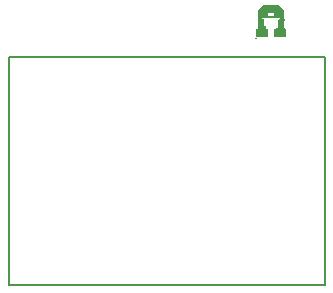
<source format=gto>
G75*
%MOIN*%
%OFA0B0*%
%FSLAX24Y24*%
%IPPOS*%
%LPD*%
%AMOC8*
5,1,8,0,0,1.08239X$1,22.5*
%
%ADD10C,0.0080*%
%ADD11R,0.0337X0.0000*%
%ADD12R,0.0337X0.0000*%
%ADD13R,0.0344X0.0001*%
%ADD14R,0.0348X0.0000*%
%ADD15R,0.0347X0.0000*%
%ADD16R,0.0350X0.0000*%
%ADD17R,0.0350X0.0000*%
%ADD18R,0.0352X0.0001*%
%ADD19R,0.0355X0.0000*%
%ADD20R,0.0354X0.0000*%
%ADD21R,0.0356X0.0001*%
%ADD22R,0.0359X0.0000*%
%ADD23R,0.0360X0.0000*%
%ADD24R,0.0361X0.0001*%
%ADD25R,0.0363X0.0000*%
%ADD26R,0.0362X0.0000*%
%ADD27R,0.0365X0.0001*%
%ADD28R,0.0364X0.0001*%
%ADD29R,0.0365X0.0000*%
%ADD30R,0.0366X0.0000*%
%ADD31R,0.0366X0.0000*%
%ADD32R,0.0367X0.0001*%
%ADD33R,0.0369X0.0000*%
%ADD34R,0.0370X0.0001*%
%ADD35R,0.0369X0.0001*%
%ADD36R,0.0370X0.0000*%
%ADD37R,0.0371X0.0000*%
%ADD38R,0.0371X0.0000*%
%ADD39R,0.0372X0.0001*%
%ADD40R,0.0372X0.0001*%
%ADD41R,0.0373X0.0000*%
%ADD42R,0.0373X0.0000*%
%ADD43R,0.0374X0.0001*%
%ADD44R,0.0374X0.0001*%
%ADD45R,0.0375X0.0000*%
%ADD46R,0.0374X0.0000*%
%ADD47R,0.0375X0.0000*%
%ADD48R,0.0375X0.0000*%
%ADD49R,0.0375X0.0001*%
%ADD50R,0.0376X0.0001*%
%ADD51R,0.0376X0.0000*%
%ADD52R,0.0377X0.0001*%
%ADD53R,0.0376X0.0001*%
%ADD54R,0.0377X0.0000*%
%ADD55R,0.0378X0.0000*%
%ADD56R,0.0378X0.0000*%
%ADD57R,0.0379X0.0001*%
%ADD58R,0.0379X0.0000*%
%ADD59R,0.0379X0.0000*%
%ADD60R,0.0380X0.0001*%
%ADD61R,0.0379X0.0001*%
%ADD62R,0.0380X0.0000*%
%ADD63R,0.0379X0.0000*%
%ADD64R,0.0380X0.0000*%
%ADD65R,0.0380X0.0000*%
%ADD66R,0.0380X0.0001*%
%ADD67R,0.0381X0.0001*%
%ADD68R,0.0381X0.0000*%
%ADD69R,0.0381X0.0001*%
%ADD70R,0.0381X0.0001*%
%ADD71R,0.0381X0.0000*%
%ADD72R,0.0382X0.0001*%
%ADD73R,0.0381X0.0001*%
%ADD74R,0.0382X0.0000*%
%ADD75R,0.0382X0.0000*%
%ADD76R,0.0382X0.0001*%
%ADD77R,0.0382X0.0000*%
%ADD78R,0.0383X0.0000*%
%ADD79R,0.0383X0.0001*%
%ADD80R,0.0383X0.0001*%
%ADD81R,0.0383X0.0000*%
%ADD82R,0.0382X0.0001*%
%ADD83R,0.0379X0.0001*%
%ADD84R,0.0381X0.0000*%
%ADD85R,0.0378X0.0001*%
%ADD86R,0.0377X0.0000*%
%ADD87R,0.0376X0.0000*%
%ADD88R,0.0374X0.0000*%
%ADD89R,0.0377X0.0001*%
%ADD90R,0.0372X0.0000*%
%ADD91R,0.0371X0.0001*%
%ADD92R,0.0376X0.0001*%
%ADD93R,0.0371X0.0000*%
%ADD94R,0.0376X0.0000*%
%ADD95R,0.0370X0.0000*%
%ADD96R,0.0369X0.0001*%
%ADD97R,0.0374X0.0001*%
%ADD98R,0.0368X0.0000*%
%ADD99R,0.0374X0.0000*%
%ADD100R,0.0367X0.0001*%
%ADD101R,0.0373X0.0001*%
%ADD102R,0.0366X0.0000*%
%ADD103R,0.0372X0.0000*%
%ADD104R,0.0365X0.0000*%
%ADD105R,0.0371X0.0000*%
%ADD106R,0.0364X0.0001*%
%ADD107R,0.0371X0.0001*%
%ADD108R,0.0362X0.0000*%
%ADD109R,0.0369X0.0000*%
%ADD110R,0.0360X0.0001*%
%ADD111R,0.0369X0.0001*%
%ADD112R,0.0359X0.0000*%
%ADD113R,0.0367X0.0000*%
%ADD114R,0.0357X0.0000*%
%ADD115R,0.0355X0.0001*%
%ADD116R,0.0365X0.0001*%
%ADD117R,0.0354X0.0000*%
%ADD118R,0.0364X0.0000*%
%ADD119R,0.0351X0.0001*%
%ADD120R,0.0363X0.0001*%
%ADD121R,0.0348X0.0000*%
%ADD122R,0.0361X0.0000*%
%ADD123R,0.0345X0.0000*%
%ADD124R,0.0340X0.0001*%
%ADD125R,0.0359X0.0001*%
%ADD126R,0.0258X0.0000*%
%ADD127R,0.0356X0.0000*%
%ADD128R,0.0257X0.0001*%
%ADD129R,0.0354X0.0001*%
%ADD130R,0.0257X0.0000*%
%ADD131R,0.0352X0.0000*%
%ADD132R,0.0347X0.0001*%
%ADD133R,0.0257X0.0000*%
%ADD134R,0.0344X0.0000*%
%ADD135R,0.0257X0.0001*%
%ADD136R,0.0338X0.0001*%
%ADD137R,0.0239X0.0000*%
%ADD138R,0.0256X0.0000*%
%ADD139R,0.0256X0.0001*%
%ADD140R,0.0239X0.0001*%
%ADD141R,0.0239X0.0001*%
%ADD142R,0.0256X0.0000*%
%ADD143R,0.0239X0.0000*%
%ADD144R,0.0256X0.0001*%
%ADD145R,0.0255X0.0000*%
%ADD146R,0.0238X0.0000*%
%ADD147R,0.0255X0.0001*%
%ADD148R,0.0238X0.0001*%
%ADD149R,0.0255X0.0000*%
%ADD150R,0.0255X0.0001*%
%ADD151R,0.0238X0.0001*%
%ADD152R,0.0238X0.0000*%
%ADD153R,0.0255X0.0000*%
%ADD154R,0.0238X0.0000*%
%ADD155R,0.0255X0.0001*%
%ADD156R,0.0238X0.0001*%
%ADD157R,0.0254X0.0000*%
%ADD158R,0.0254X0.0001*%
%ADD159R,0.0237X0.0000*%
%ADD160R,0.0254X0.0001*%
%ADD161R,0.0237X0.0001*%
%ADD162R,0.0254X0.0000*%
%ADD163R,0.0253X0.0000*%
%ADD164R,0.0236X0.0000*%
%ADD165R,0.0253X0.0001*%
%ADD166R,0.0236X0.0001*%
%ADD167R,0.0253X0.0000*%
%ADD168R,0.0253X0.0001*%
%ADD169R,0.0236X0.0001*%
%ADD170R,0.0236X0.0000*%
%ADD171R,0.0252X0.0001*%
%ADD172R,0.0252X0.0000*%
%ADD173R,0.0235X0.0000*%
%ADD174R,0.0235X0.0001*%
%ADD175R,0.0251X0.0000*%
%ADD176R,0.0251X0.0001*%
%ADD177R,0.0235X0.0001*%
%ADD178R,0.0235X0.0000*%
%ADD179R,0.0251X0.0001*%
%ADD180R,0.0251X0.0000*%
%ADD181R,0.0234X0.0000*%
%ADD182R,0.0250X0.0001*%
%ADD183R,0.0234X0.0001*%
%ADD184R,0.0250X0.0000*%
%ADD185R,0.0250X0.0000*%
%ADD186R,0.0234X0.0000*%
%ADD187R,0.0250X0.0001*%
%ADD188R,0.0234X0.0001*%
%ADD189R,0.0250X0.0001*%
%ADD190R,0.0250X0.0000*%
%ADD191R,0.0233X0.0000*%
%ADD192R,0.0249X0.0001*%
%ADD193R,0.0233X0.0001*%
%ADD194R,0.0249X0.0000*%
%ADD195R,0.0233X0.0001*%
%ADD196R,0.0233X0.0000*%
%ADD197R,0.0249X0.0000*%
%ADD198R,0.0249X0.0001*%
%ADD199R,0.0233X0.0000*%
%ADD200R,0.0248X0.0001*%
%ADD201R,0.0233X0.0001*%
%ADD202R,0.0248X0.0000*%
%ADD203R,0.0248X0.0001*%
%ADD204R,0.0232X0.0001*%
%ADD205R,0.0248X0.0000*%
%ADD206R,0.0232X0.0000*%
%ADD207R,0.0247X0.0000*%
%ADD208R,0.0231X0.0000*%
%ADD209R,0.0247X0.0001*%
%ADD210R,0.0231X0.0001*%
%ADD211R,0.0246X0.0001*%
%ADD212R,0.0246X0.0000*%
%ADD213R,0.0231X0.0000*%
%ADD214R,0.0231X0.0001*%
%ADD215R,0.0246X0.0000*%
%ADD216R,0.0246X0.0001*%
%ADD217R,0.0230X0.0000*%
%ADD218R,0.0245X0.0000*%
%ADD219R,0.0245X0.0001*%
%ADD220R,0.0230X0.0001*%
%ADD221R,0.0245X0.0001*%
%ADD222R,0.0230X0.0001*%
%ADD223R,0.0245X0.0000*%
%ADD224R,0.0230X0.0000*%
%ADD225R,0.0245X0.0000*%
%ADD226R,0.0229X0.0000*%
%ADD227R,0.0245X0.0001*%
%ADD228R,0.0229X0.0001*%
%ADD229R,0.0244X0.0000*%
%ADD230R,0.0244X0.0001*%
%ADD231R,0.0229X0.0001*%
%ADD232R,0.0229X0.0000*%
%ADD233R,0.0244X0.0000*%
%ADD234R,0.0228X0.0000*%
%ADD235R,0.0244X0.0001*%
%ADD236R,0.0228X0.0001*%
%ADD237R,0.0243X0.0000*%
%ADD238R,0.0243X0.0001*%
%ADD239R,0.0243X0.0000*%
%ADD240R,0.0228X0.0000*%
%ADD241R,0.0243X0.0001*%
%ADD242R,0.0228X0.0001*%
%ADD243R,0.0242X0.0000*%
%ADD244R,0.0227X0.0000*%
%ADD245R,0.0242X0.0001*%
%ADD246R,0.0227X0.0001*%
%ADD247R,0.0241X0.0000*%
%ADD248R,0.0241X0.0001*%
%ADD249R,0.0227X0.0001*%
%ADD250R,0.0227X0.0000*%
%ADD251R,0.0241X0.0001*%
%ADD252R,0.0241X0.0000*%
%ADD253R,0.0226X0.0000*%
%ADD254R,0.0226X0.0001*%
%ADD255R,0.0240X0.0000*%
%ADD256R,0.0240X0.0001*%
%ADD257R,0.0226X0.0001*%
%ADD258R,0.0240X0.0000*%
%ADD259R,0.0226X0.0000*%
%ADD260R,0.0240X0.0001*%
%ADD261R,0.0225X0.0000*%
%ADD262R,0.0240X0.0001*%
%ADD263R,0.0225X0.0001*%
%ADD264R,0.0240X0.0000*%
%ADD265R,0.0225X0.0000*%
%ADD266R,0.0225X0.0001*%
%ADD267R,0.0239X0.0001*%
%ADD268R,0.0239X0.0000*%
%ADD269R,0.0224X0.0000*%
%ADD270R,0.0224X0.0001*%
%ADD271R,0.0224X0.0001*%
%ADD272R,0.0224X0.0000*%
%ADD273R,0.0223X0.0000*%
%ADD274R,0.0237X0.0001*%
%ADD275R,0.0223X0.0001*%
%ADD276R,0.0237X0.0000*%
%ADD277R,0.0223X0.0001*%
%ADD278R,0.0223X0.0000*%
%ADD279R,0.0236X0.0000*%
%ADD280R,0.0222X0.0000*%
%ADD281R,0.0236X0.0001*%
%ADD282R,0.0222X0.0001*%
%ADD283R,0.0222X0.0000*%
%ADD284R,0.0222X0.0001*%
%ADD285R,0.0221X0.0000*%
%ADD286R,0.0235X0.0000*%
%ADD287R,0.0235X0.0001*%
%ADD288R,0.0221X0.0001*%
%ADD289R,0.0221X0.0001*%
%ADD290R,0.0221X0.0000*%
%ADD291R,0.0234X0.0000*%
%ADD292R,0.0220X0.0000*%
%ADD293R,0.0234X0.0001*%
%ADD294R,0.0220X0.0001*%
%ADD295R,0.0220X0.0001*%
%ADD296R,0.0220X0.0000*%
%ADD297R,0.0219X0.0000*%
%ADD298R,0.0219X0.0001*%
%ADD299R,0.0232X0.0000*%
%ADD300R,0.0232X0.0001*%
%ADD301R,0.0219X0.0000*%
%ADD302R,0.0219X0.0001*%
%ADD303R,0.0231X0.0000*%
%ADD304R,0.0218X0.0000*%
%ADD305R,0.0231X0.0001*%
%ADD306R,0.0218X0.0001*%
%ADD307R,0.0218X0.0001*%
%ADD308R,0.0218X0.0000*%
%ADD309R,0.0217X0.0000*%
%ADD310R,0.0217X0.0001*%
%ADD311R,0.0230X0.0000*%
%ADD312R,0.0230X0.0001*%
%ADD313R,0.0217X0.0001*%
%ADD314R,0.0217X0.0000*%
%ADD315R,0.0216X0.0000*%
%ADD316R,0.0229X0.0001*%
%ADD317R,0.0216X0.0001*%
%ADD318R,0.0229X0.0000*%
%ADD319R,0.0216X0.0000*%
%ADD320R,0.0216X0.0001*%
%ADD321R,0.0215X0.0000*%
%ADD322R,0.0227X0.0001*%
%ADD323R,0.0215X0.0001*%
%ADD324R,0.0227X0.0000*%
%ADD325R,0.0215X0.0001*%
%ADD326R,0.0215X0.0000*%
%ADD327R,0.0214X0.0000*%
%ADD328R,0.0226X0.0001*%
%ADD329R,0.0214X0.0001*%
%ADD330R,0.0226X0.0000*%
%ADD331R,0.0214X0.0001*%
%ADD332R,0.0214X0.0000*%
%ADD333R,0.0213X0.0000*%
%ADD334R,0.0213X0.0001*%
%ADD335R,0.0225X0.0001*%
%ADD336R,0.0225X0.0000*%
%ADD337R,0.0213X0.0000*%
%ADD338R,0.0213X0.0001*%
%ADD339R,0.0213X0.0000*%
%ADD340R,0.0224X0.0000*%
%ADD341R,0.0224X0.0001*%
%ADD342R,0.0213X0.0001*%
%ADD343R,0.0212X0.0001*%
%ADD344R,0.0212X0.0000*%
%ADD345R,0.0211X0.0000*%
%ADD346R,0.0211X0.0001*%
%ADD347R,0.0222X0.0000*%
%ADD348R,0.0222X0.0001*%
%ADD349R,0.0211X0.0001*%
%ADD350R,0.0211X0.0000*%
%ADD351R,0.0210X0.0000*%
%ADD352R,0.0210X0.0001*%
%ADD353R,0.0221X0.0000*%
%ADD354R,0.0221X0.0001*%
%ADD355R,0.0210X0.0000*%
%ADD356R,0.0210X0.0001*%
%ADD357R,0.0209X0.0000*%
%ADD358R,0.0209X0.0001*%
%ADD359R,0.0220X0.0000*%
%ADD360R,0.0220X0.0001*%
%ADD361R,0.0209X0.0001*%
%ADD362R,0.0209X0.0000*%
%ADD363R,0.0208X0.0000*%
%ADD364R,0.0208X0.0001*%
%ADD365R,0.0219X0.0000*%
%ADD366R,0.0219X0.0001*%
%ADD367R,0.0208X0.0001*%
%ADD368R,0.0208X0.0000*%
%ADD369R,0.0208X0.0000*%
%ADD370R,0.0208X0.0001*%
%ADD371R,0.0217X0.0000*%
%ADD372R,0.0207X0.0000*%
%ADD373R,0.0217X0.0001*%
%ADD374R,0.0207X0.0001*%
%ADD375R,0.0206X0.0000*%
%ADD376R,0.0216X0.0001*%
%ADD377R,0.0206X0.0001*%
%ADD378R,0.0216X0.0000*%
%ADD379R,0.0206X0.0001*%
%ADD380R,0.0206X0.0000*%
%ADD381R,0.0205X0.0000*%
%ADD382R,0.0205X0.0001*%
%ADD383R,0.0215X0.0001*%
%ADD384R,0.0205X0.0001*%
%ADD385R,0.0215X0.0000*%
%ADD386R,0.0205X0.0000*%
%ADD387R,0.0204X0.0000*%
%ADD388R,0.0204X0.0001*%
%ADD389R,0.0214X0.0001*%
%ADD390R,0.0214X0.0000*%
%ADD391R,0.0204X0.0000*%
%ADD392R,0.0204X0.0001*%
%ADD393R,0.0203X0.0000*%
%ADD394R,0.0203X0.0001*%
%ADD395R,0.0212X0.0001*%
%ADD396R,0.0203X0.0001*%
%ADD397R,0.0212X0.0000*%
%ADD398R,0.0203X0.0000*%
%ADD399R,0.0203X0.0000*%
%ADD400R,0.0203X0.0001*%
%ADD401R,0.0211X0.0000*%
%ADD402R,0.0211X0.0001*%
%ADD403R,0.0202X0.0001*%
%ADD404R,0.0202X0.0000*%
%ADD405R,0.0201X0.0000*%
%ADD406R,0.0201X0.0001*%
%ADD407R,0.0210X0.0000*%
%ADD408R,0.0201X0.0000*%
%ADD409R,0.0210X0.0001*%
%ADD410R,0.0201X0.0001*%
%ADD411R,0.0200X0.0000*%
%ADD412R,0.0200X0.0001*%
%ADD413R,0.0209X0.0000*%
%ADD414R,0.0209X0.0001*%
%ADD415R,0.0200X0.0001*%
%ADD416R,0.0200X0.0000*%
%ADD417R,0.0199X0.0000*%
%ADD418R,0.0199X0.0001*%
%ADD419R,0.0199X0.0001*%
%ADD420R,0.0207X0.0000*%
%ADD421R,0.0199X0.0000*%
%ADD422R,0.0207X0.0001*%
%ADD423R,0.0198X0.0000*%
%ADD424R,0.0198X0.0001*%
%ADD425R,0.0206X0.0000*%
%ADD426R,0.0198X0.0000*%
%ADD427R,0.0206X0.0001*%
%ADD428R,0.0198X0.0001*%
%ADD429R,0.0198X0.0000*%
%ADD430R,0.0198X0.0001*%
%ADD431R,0.0197X0.0001*%
%ADD432R,0.0205X0.0000*%
%ADD433R,0.0197X0.0000*%
%ADD434R,0.0205X0.0001*%
%ADD435R,0.0196X0.0000*%
%ADD436R,0.0196X0.0001*%
%ADD437R,0.0204X0.0001*%
%ADD438R,0.0196X0.0001*%
%ADD439R,0.0204X0.0000*%
%ADD440R,0.0196X0.0000*%
%ADD441R,0.0195X0.0000*%
%ADD442R,0.0195X0.0001*%
%ADD443R,0.0195X0.0000*%
%ADD444R,0.0202X0.0001*%
%ADD445R,0.0195X0.0001*%
%ADD446R,0.0202X0.0000*%
%ADD447R,0.0194X0.0000*%
%ADD448R,0.0194X0.0001*%
%ADD449R,0.0201X0.0001*%
%ADD450R,0.0194X0.0001*%
%ADD451R,0.0201X0.0000*%
%ADD452R,0.0194X0.0000*%
%ADD453R,0.0193X0.0000*%
%ADD454R,0.0193X0.0001*%
%ADD455R,0.0193X0.0001*%
%ADD456R,0.0193X0.0000*%
%ADD457R,0.0200X0.0001*%
%ADD458R,0.0200X0.0000*%
%ADD459R,0.0193X0.0000*%
%ADD460R,0.0193X0.0001*%
%ADD461R,0.0199X0.0000*%
%ADD462R,0.0192X0.0000*%
%ADD463R,0.0199X0.0001*%
%ADD464R,0.0192X0.0001*%
%ADD465R,0.0191X0.0000*%
%ADD466R,0.0191X0.0001*%
%ADD467R,0.0191X0.0001*%
%ADD468R,0.0191X0.0000*%
%ADD469R,0.0197X0.0000*%
%ADD470R,0.0197X0.0001*%
%ADD471R,0.0190X0.0000*%
%ADD472R,0.0190X0.0001*%
%ADD473R,0.0190X0.0001*%
%ADD474R,0.0196X0.0000*%
%ADD475R,0.0190X0.0000*%
%ADD476R,0.0196X0.0001*%
%ADD477R,0.0189X0.0000*%
%ADD478R,0.0189X0.0001*%
%ADD479R,0.0189X0.0000*%
%ADD480R,0.0189X0.0001*%
%ADD481R,0.0195X0.0000*%
%ADD482R,0.0195X0.0001*%
%ADD483R,0.0188X0.0000*%
%ADD484R,0.0188X0.0001*%
%ADD485R,0.0188X0.0001*%
%ADD486R,0.0194X0.0000*%
%ADD487R,0.0188X0.0000*%
%ADD488R,0.0194X0.0001*%
%ADD489R,0.0187X0.0000*%
%ADD490R,0.0187X0.0001*%
%ADD491R,0.0187X0.0001*%
%ADD492R,0.0187X0.0000*%
%ADD493R,0.0192X0.0000*%
%ADD494R,0.0186X0.0000*%
%ADD495R,0.0192X0.0001*%
%ADD496R,0.0186X0.0001*%
%ADD497R,0.0186X0.0000*%
%ADD498R,0.0191X0.0001*%
%ADD499R,0.0186X0.0001*%
%ADD500R,0.0191X0.0000*%
%ADD501R,0.0185X0.0000*%
%ADD502R,0.0185X0.0001*%
%ADD503R,0.0185X0.0001*%
%ADD504R,0.0185X0.0000*%
%ADD505R,0.0190X0.0001*%
%ADD506R,0.0190X0.0000*%
%ADD507R,0.0184X0.0000*%
%ADD508R,0.0184X0.0001*%
%ADD509R,0.0184X0.0001*%
%ADD510R,0.0184X0.0000*%
%ADD511R,0.0189X0.0001*%
%ADD512R,0.0189X0.0000*%
%ADD513R,0.0183X0.0000*%
%ADD514R,0.0183X0.0001*%
%ADD515R,0.0183X0.0000*%
%ADD516R,0.0183X0.0001*%
%ADD517R,0.0187X0.0001*%
%ADD518R,0.0187X0.0000*%
%ADD519R,0.0182X0.0000*%
%ADD520R,0.0182X0.0001*%
%ADD521R,0.0182X0.0001*%
%ADD522R,0.0182X0.0000*%
%ADD523R,0.0186X0.0000*%
%ADD524R,0.0186X0.0001*%
%ADD525R,0.0181X0.0000*%
%ADD526R,0.0181X0.0001*%
%ADD527R,0.0181X0.0001*%
%ADD528R,0.0181X0.0000*%
%ADD529R,0.0185X0.0000*%
%ADD530R,0.0180X0.0000*%
%ADD531R,0.0185X0.0001*%
%ADD532R,0.0180X0.0001*%
%ADD533R,0.0180X0.0000*%
%ADD534R,0.0180X0.0001*%
%ADD535R,0.0184X0.0000*%
%ADD536R,0.0184X0.0001*%
%ADD537R,0.0179X0.0000*%
%ADD538R,0.0179X0.0001*%
%ADD539R,0.0179X0.0001*%
%ADD540R,0.0179X0.0000*%
%ADD541R,0.0182X0.0000*%
%ADD542R,0.0178X0.0000*%
%ADD543R,0.0182X0.0001*%
%ADD544R,0.0178X0.0001*%
%ADD545R,0.0178X0.0001*%
%ADD546R,0.0178X0.0000*%
%ADD547R,0.0181X0.0000*%
%ADD548R,0.0177X0.0000*%
%ADD549R,0.0181X0.0001*%
%ADD550R,0.0177X0.0001*%
%ADD551R,0.0177X0.0000*%
%ADD552R,0.0177X0.0001*%
%ADD553R,0.0180X0.0000*%
%ADD554R,0.0176X0.0000*%
%ADD555R,0.0180X0.0001*%
%ADD556R,0.0176X0.0001*%
%ADD557R,0.0176X0.0001*%
%ADD558R,0.0176X0.0000*%
%ADD559R,0.0179X0.0001*%
%ADD560R,0.0179X0.0000*%
%ADD561R,0.0175X0.0000*%
%ADD562R,0.0175X0.0001*%
%ADD563R,0.0175X0.0001*%
%ADD564R,0.0175X0.0000*%
%ADD565R,0.0174X0.0000*%
%ADD566R,0.0177X0.0001*%
%ADD567R,0.0174X0.0001*%
%ADD568R,0.0177X0.0000*%
%ADD569R,0.0174X0.0000*%
%ADD570R,0.0174X0.0001*%
%ADD571R,0.0176X0.0001*%
%ADD572R,0.0176X0.0000*%
%ADD573R,0.0173X0.0000*%
%ADD574R,0.0173X0.0001*%
%ADD575R,0.0173X0.0001*%
%ADD576R,0.0173X0.0000*%
%ADD577R,0.0173X0.0000*%
%ADD578R,0.0175X0.0001*%
%ADD579R,0.0173X0.0001*%
%ADD580R,0.0175X0.0000*%
%ADD581R,0.0172X0.0001*%
%ADD582R,0.0172X0.0000*%
%ADD583R,0.0174X0.0000*%
%ADD584R,0.0171X0.0000*%
%ADD585R,0.0174X0.0001*%
%ADD586R,0.0171X0.0001*%
%ADD587R,0.0171X0.0000*%
%ADD588R,0.0171X0.0001*%
%ADD589R,0.0170X0.0000*%
%ADD590R,0.0172X0.0000*%
%ADD591R,0.0172X0.0001*%
%ADD592R,0.0170X0.0001*%
%ADD593R,0.0170X0.0001*%
%ADD594R,0.0170X0.0000*%
%ADD595R,0.0171X0.0000*%
%ADD596R,0.0169X0.0000*%
%ADD597R,0.0171X0.0001*%
%ADD598R,0.0169X0.0001*%
%ADD599R,0.0169X0.0001*%
%ADD600R,0.0169X0.0000*%
%ADD601R,0.0168X0.0000*%
%ADD602R,0.0168X0.0001*%
%ADD603R,0.0170X0.0000*%
%ADD604R,0.0170X0.0001*%
%ADD605R,0.0168X0.0000*%
%ADD606R,0.0168X0.0001*%
%ADD607R,0.0169X0.0000*%
%ADD608R,0.0168X0.0000*%
%ADD609R,0.0169X0.0001*%
%ADD610R,0.0168X0.0001*%
%ADD611R,0.0167X0.0001*%
%ADD612R,0.0167X0.0000*%
%ADD613R,0.0166X0.0000*%
%ADD614R,0.0166X0.0001*%
%ADD615R,0.0167X0.0000*%
%ADD616R,0.0167X0.0001*%
%ADD617R,0.0166X0.0001*%
%ADD618R,0.0166X0.0000*%
%ADD619R,0.0165X0.0000*%
%ADD620R,0.0166X0.0001*%
%ADD621R,0.0165X0.0001*%
%ADD622R,0.0166X0.0000*%
%ADD623R,0.0165X0.0000*%
%ADD624R,0.0165X0.0001*%
%ADD625R,0.0164X0.0000*%
%ADD626R,0.0165X0.0001*%
%ADD627R,0.0164X0.0001*%
%ADD628R,0.0165X0.0000*%
%ADD629R,0.0164X0.0001*%
%ADD630R,0.0164X0.0000*%
%ADD631R,0.0163X0.0000*%
%ADD632R,0.0164X0.0001*%
%ADD633R,0.0163X0.0001*%
%ADD634R,0.0164X0.0000*%
%ADD635R,0.0163X0.0001*%
%ADD636R,0.0163X0.0000*%
%ADD637R,0.0163X0.0000*%
%ADD638R,0.0163X0.0001*%
%ADD639R,0.0162X0.0001*%
%ADD640R,0.0162X0.0000*%
%ADD641R,0.0162X0.0000*%
%ADD642R,0.0161X0.0001*%
%ADD643R,0.0162X0.0001*%
%ADD644R,0.0161X0.0000*%
%ADD645R,0.0161X0.0000*%
%ADD646R,0.0161X0.0001*%
%ADD647R,0.0160X0.0001*%
%ADD648R,0.0161X0.0001*%
%ADD649R,0.0160X0.0000*%
%ADD650R,0.0161X0.0000*%
%ADD651R,0.0160X0.0000*%
%ADD652R,0.0160X0.0001*%
%ADD653R,0.0160X0.0000*%
%ADD654R,0.0160X0.0001*%
%ADD655R,0.0159X0.0001*%
%ADD656R,0.0159X0.0000*%
%ADD657R,0.0159X0.0000*%
%ADD658R,0.0159X0.0001*%
%ADD659R,0.0159X0.0000*%
%ADD660R,0.0159X0.0001*%
%ADD661R,0.0158X0.0000*%
%ADD662R,0.0158X0.0001*%
%ADD663R,0.0158X0.0000*%
%ADD664R,0.0158X0.0000*%
%ADD665R,0.0158X0.0001*%
%ADD666R,0.0158X0.0001*%
%ADD667R,0.0157X0.0000*%
%ADD668R,0.0157X0.0001*%
%ADD669R,0.0156X0.0000*%
%ADD670R,0.0156X0.0001*%
%ADD671R,0.0156X0.0000*%
%ADD672R,0.0156X0.0001*%
%ADD673R,0.0157X0.0001*%
%ADD674R,0.0155X0.0000*%
%ADD675R,0.0157X0.0000*%
%ADD676R,0.0155X0.0001*%
%ADD677R,0.0155X0.0001*%
%ADD678R,0.0155X0.0000*%
%ADD679R,0.0155X0.0000*%
%ADD680R,0.0156X0.0000*%
%ADD681R,0.0155X0.0001*%
%ADD682R,0.0156X0.0001*%
%ADD683R,0.0154X0.0000*%
%ADD684R,0.0154X0.0001*%
%ADD685R,0.0154X0.0001*%
%ADD686R,0.0154X0.0000*%
%ADD687R,0.0153X0.0000*%
%ADD688R,0.0153X0.0001*%
%ADD689R,0.0154X0.0000*%
%ADD690R,0.0153X0.0001*%
%ADD691R,0.0154X0.0001*%
%ADD692R,0.0153X0.0000*%
%ADD693R,0.0152X0.0001*%
%ADD694R,0.0152X0.0000*%
%ADD695R,0.0151X0.0000*%
%ADD696R,0.0153X0.0000*%
%ADD697R,0.0151X0.0001*%
%ADD698R,0.0153X0.0001*%
%ADD699R,0.0151X0.0001*%
%ADD700R,0.0151X0.0000*%
%ADD701R,0.0150X0.0001*%
%ADD702R,0.0150X0.0000*%
%ADD703R,0.0150X0.0000*%
%ADD704R,0.0150X0.0001*%
%ADD705R,0.0150X0.0001*%
%ADD706R,0.0152X0.0001*%
%ADD707R,0.0150X0.0000*%
%ADD708R,0.0152X0.0000*%
%ADD709R,0.0149X0.0000*%
%ADD710R,0.0149X0.0001*%
%ADD711R,0.0149X0.0000*%
%ADD712R,0.0149X0.0001*%
%ADD713R,0.0151X0.0001*%
%ADD714R,0.0151X0.0000*%
%ADD715R,0.0148X0.0001*%
%ADD716R,0.0148X0.0000*%
%ADD717R,0.0260X0.0000*%
%ADD718R,0.0259X0.0000*%
%ADD719R,0.0260X0.0001*%
%ADD720R,0.0259X0.0001*%
%ADD721R,0.0868X0.0000*%
%ADD722R,0.0868X0.0001*%
%ADD723R,0.0321X0.0000*%
%ADD724R,0.0305X0.0000*%
%ADD725R,0.0321X0.0001*%
%ADD726R,0.0305X0.0001*%
%ADD727R,0.0867X0.0000*%
%ADD728R,0.0867X0.0001*%
%ADD729R,0.0867X0.0000*%
%ADD730R,0.0867X0.0001*%
%ADD731R,0.0866X0.0000*%
%ADD732R,0.0866X0.0000*%
%ADD733R,0.0866X0.0001*%
%ADD734R,0.0866X0.0000*%
%ADD735R,0.0866X0.0001*%
%ADD736R,0.0865X0.0000*%
%ADD737R,0.0865X0.0001*%
%ADD738R,0.0864X0.0001*%
%ADD739R,0.0864X0.0000*%
%ADD740R,0.0864X0.0001*%
%ADD741R,0.0864X0.0000*%
%ADD742R,0.0864X0.0001*%
%ADD743R,0.0864X0.0000*%
%ADD744R,0.0863X0.0001*%
%ADD745R,0.0863X0.0000*%
%ADD746R,0.0862X0.0001*%
%ADD747R,0.0862X0.0000*%
%ADD748R,0.0862X0.0001*%
%ADD749R,0.0862X0.0000*%
%ADD750R,0.0861X0.0001*%
%ADD751R,0.0861X0.0000*%
%ADD752R,0.0861X0.0001*%
%ADD753R,0.0860X0.0001*%
%ADD754R,0.0860X0.0000*%
%ADD755R,0.0859X0.0000*%
%ADD756R,0.0859X0.0001*%
%ADD757R,0.0858X0.0000*%
%ADD758R,0.0858X0.0001*%
%ADD759R,0.0857X0.0001*%
%ADD760R,0.0857X0.0000*%
%ADD761R,0.0856X0.0000*%
%ADD762R,0.0856X0.0001*%
%ADD763R,0.0855X0.0000*%
%ADD764R,0.0855X0.0001*%
%ADD765R,0.0855X0.0000*%
%ADD766R,0.0855X0.0001*%
%ADD767R,0.0854X0.0000*%
%ADD768R,0.0854X0.0001*%
%ADD769R,0.0853X0.0000*%
%ADD770R,0.0853X0.0001*%
%ADD771R,0.0853X0.0000*%
%ADD772R,0.0853X0.0000*%
%ADD773R,0.0852X0.0001*%
%ADD774R,0.0852X0.0000*%
%ADD775R,0.0852X0.0001*%
%ADD776R,0.0851X0.0000*%
%ADD777R,0.0850X0.0001*%
%ADD778R,0.0850X0.0000*%
%ADD779R,0.0850X0.0001*%
%ADD780R,0.0849X0.0000*%
%ADD781R,0.0848X0.0001*%
%ADD782R,0.0848X0.0000*%
%ADD783R,0.0848X0.0001*%
%ADD784R,0.0848X0.0000*%
%ADD785R,0.0847X0.0000*%
%ADD786R,0.0847X0.0001*%
%ADD787R,0.0846X0.0000*%
%ADD788R,0.0846X0.0001*%
%ADD789R,0.0845X0.0000*%
%ADD790R,0.0845X0.0000*%
%ADD791R,0.0845X0.0001*%
%ADD792R,0.0843X0.0000*%
%ADD793R,0.0843X0.0001*%
%ADD794R,0.0841X0.0000*%
%ADD795R,0.0840X0.0000*%
%ADD796R,0.0839X0.0001*%
%ADD797R,0.0838X0.0000*%
%ADD798R,0.0837X0.0001*%
%ADD799R,0.0836X0.0000*%
%ADD800R,0.0835X0.0000*%
%ADD801R,0.0834X0.0001*%
%ADD802R,0.0833X0.0000*%
%ADD803R,0.0832X0.0001*%
%ADD804R,0.0831X0.0000*%
%ADD805R,0.0830X0.0000*%
%ADD806R,0.0829X0.0001*%
%ADD807R,0.0828X0.0000*%
%ADD808R,0.0827X0.0001*%
%ADD809R,0.0826X0.0000*%
%ADD810R,0.0825X0.0000*%
%ADD811R,0.0824X0.0001*%
%ADD812R,0.0823X0.0000*%
%ADD813R,0.0822X0.0001*%
%ADD814R,0.0821X0.0000*%
%ADD815R,0.0820X0.0000*%
%ADD816R,0.0819X0.0001*%
%ADD817R,0.0818X0.0000*%
%ADD818R,0.0817X0.0001*%
%ADD819R,0.0816X0.0000*%
%ADD820R,0.0815X0.0000*%
%ADD821R,0.0814X0.0001*%
%ADD822R,0.0813X0.0000*%
%ADD823R,0.0812X0.0001*%
%ADD824R,0.0811X0.0000*%
%ADD825R,0.0810X0.0000*%
%ADD826R,0.0808X0.0001*%
%ADD827R,0.0808X0.0000*%
%ADD828R,0.0807X0.0001*%
%ADD829R,0.0805X0.0000*%
%ADD830R,0.0805X0.0000*%
%ADD831R,0.0803X0.0001*%
%ADD832R,0.0803X0.0000*%
%ADD833R,0.0802X0.0001*%
%ADD834R,0.0800X0.0000*%
%ADD835R,0.0800X0.0000*%
%ADD836R,0.0798X0.0001*%
%ADD837R,0.0798X0.0000*%
%ADD838R,0.0797X0.0001*%
%ADD839R,0.0795X0.0000*%
%ADD840R,0.0795X0.0000*%
%ADD841R,0.0793X0.0001*%
%ADD842R,0.0793X0.0000*%
%ADD843R,0.0791X0.0001*%
%ADD844R,0.0790X0.0000*%
%ADD845R,0.0789X0.0000*%
%ADD846R,0.0788X0.0001*%
%ADD847R,0.0787X0.0000*%
%ADD848R,0.0786X0.0001*%
%ADD849R,0.0785X0.0000*%
%ADD850R,0.0784X0.0000*%
%ADD851R,0.0783X0.0001*%
%ADD852R,0.0782X0.0000*%
%ADD853R,0.0781X0.0001*%
%ADD854R,0.0780X0.0000*%
%ADD855R,0.0779X0.0000*%
%ADD856R,0.0778X0.0001*%
%ADD857R,0.0777X0.0000*%
%ADD858R,0.0776X0.0001*%
%ADD859R,0.0775X0.0000*%
%ADD860R,0.0774X0.0000*%
%ADD861R,0.0773X0.0001*%
%ADD862R,0.0772X0.0000*%
%ADD863R,0.0771X0.0001*%
%ADD864R,0.0770X0.0000*%
%ADD865R,0.0769X0.0000*%
%ADD866R,0.0768X0.0001*%
%ADD867R,0.0767X0.0000*%
%ADD868R,0.0766X0.0001*%
%ADD869R,0.0765X0.0000*%
%ADD870R,0.0764X0.0000*%
%ADD871R,0.0763X0.0001*%
%ADD872R,0.0762X0.0000*%
%ADD873R,0.0761X0.0001*%
%ADD874R,0.0760X0.0000*%
%ADD875R,0.0758X0.0000*%
%ADD876R,0.0757X0.0001*%
%ADD877R,0.0757X0.0000*%
%ADD878R,0.0755X0.0001*%
%ADD879R,0.0755X0.0000*%
%ADD880R,0.0753X0.0000*%
%ADD881R,0.0752X0.0001*%
%ADD882R,0.0752X0.0000*%
%ADD883R,0.0750X0.0001*%
%ADD884R,0.0750X0.0000*%
%ADD885R,0.0748X0.0000*%
%ADD886R,0.0747X0.0001*%
%ADD887R,0.0747X0.0000*%
%ADD888R,0.0745X0.0001*%
%ADD889R,0.0745X0.0000*%
%ADD890R,0.0743X0.0000*%
%ADD891R,0.0742X0.0001*%
%ADD892R,0.0741X0.0000*%
%ADD893R,0.0740X0.0001*%
%ADD894R,0.0739X0.0000*%
%ADD895R,0.0738X0.0000*%
%ADD896R,0.0737X0.0001*%
%ADD897R,0.0736X0.0000*%
%ADD898R,0.0735X0.0001*%
%ADD899R,0.0734X0.0000*%
%ADD900R,0.0733X0.0000*%
%ADD901R,0.0732X0.0001*%
%ADD902R,0.0731X0.0000*%
%ADD903R,0.0730X0.0001*%
%ADD904R,0.0729X0.0000*%
%ADD905R,0.0728X0.0000*%
%ADD906R,0.0727X0.0001*%
%ADD907R,0.0726X0.0000*%
%ADD908R,0.0725X0.0001*%
%ADD909R,0.0724X0.0000*%
%ADD910R,0.0723X0.0000*%
%ADD911R,0.0722X0.0001*%
%ADD912R,0.0721X0.0000*%
%ADD913R,0.0720X0.0001*%
%ADD914R,0.0719X0.0000*%
%ADD915R,0.0718X0.0000*%
%ADD916R,0.0717X0.0001*%
%ADD917R,0.0716X0.0000*%
%ADD918R,0.0715X0.0001*%
%ADD919R,0.0714X0.0000*%
%ADD920R,0.0713X0.0000*%
%ADD921R,0.0712X0.0001*%
%ADD922R,0.0711X0.0000*%
%ADD923R,0.0710X0.0001*%
%ADD924R,0.0709X0.0000*%
%ADD925R,0.0707X0.0000*%
%ADD926R,0.0707X0.0001*%
%ADD927R,0.0705X0.0000*%
%ADD928R,0.0705X0.0001*%
%ADD929R,0.0703X0.0000*%
%ADD930R,0.0703X0.0000*%
%ADD931R,0.0702X0.0001*%
%ADD932R,0.0700X0.0000*%
%ADD933R,0.0700X0.0001*%
%ADD934R,0.0698X0.0000*%
%ADD935R,0.0698X0.0000*%
%ADD936R,0.0697X0.0001*%
%ADD937R,0.0695X0.0000*%
%ADD938R,0.0695X0.0001*%
%ADD939R,0.0693X0.0000*%
%ADD940R,0.0692X0.0000*%
%ADD941R,0.0691X0.0001*%
%ADD942R,0.0690X0.0000*%
%ADD943R,0.0689X0.0001*%
%ADD944R,0.0688X0.0000*%
%ADD945R,0.0687X0.0000*%
%ADD946R,0.0686X0.0001*%
%ADD947R,0.0685X0.0000*%
%ADD948R,0.0684X0.0001*%
%ADD949R,0.0683X0.0000*%
%ADD950R,0.0682X0.0000*%
%ADD951R,0.0681X0.0001*%
%ADD952R,0.0680X0.0000*%
%ADD953R,0.0679X0.0001*%
%ADD954R,0.0678X0.0000*%
%ADD955R,0.0677X0.0000*%
%ADD956R,0.0676X0.0001*%
%ADD957R,0.0675X0.0000*%
%ADD958R,0.0674X0.0001*%
%ADD959R,0.0673X0.0000*%
%ADD960R,0.0672X0.0000*%
%ADD961R,0.0671X0.0001*%
%ADD962R,0.0670X0.0000*%
%ADD963R,0.0669X0.0001*%
%ADD964R,0.0668X0.0000*%
%ADD965R,0.0667X0.0000*%
%ADD966R,0.0666X0.0001*%
%ADD967R,0.0665X0.0000*%
%ADD968R,0.0664X0.0001*%
%ADD969R,0.0663X0.0000*%
%ADD970R,0.0662X0.0000*%
%ADD971R,0.0661X0.0001*%
%ADD972R,0.0660X0.0000*%
%ADD973R,0.0659X0.0001*%
%ADD974R,0.0658X0.0000*%
%ADD975R,0.0657X0.0000*%
%ADD976R,0.0655X0.0001*%
%ADD977R,0.0655X0.0000*%
%ADD978R,0.0653X0.0001*%
%ADD979R,0.0653X0.0000*%
%ADD980R,0.0652X0.0000*%
%ADD981R,0.0650X0.0001*%
%ADD982R,0.0650X0.0000*%
%ADD983R,0.0648X0.0001*%
%ADD984R,0.0648X0.0000*%
%ADD985R,0.0647X0.0000*%
%ADD986R,0.0645X0.0001*%
%ADD987R,0.0645X0.0000*%
%ADD988R,0.0643X0.0001*%
%ADD989R,0.0642X0.0000*%
%ADD990R,0.0641X0.0000*%
%ADD991R,0.0640X0.0001*%
%ADD992R,0.0639X0.0000*%
%ADD993R,0.0638X0.0001*%
%ADD994R,0.0637X0.0000*%
%ADD995R,0.0636X0.0000*%
%ADD996R,0.0635X0.0001*%
%ADD997R,0.0634X0.0000*%
%ADD998R,0.0633X0.0001*%
%ADD999R,0.0632X0.0000*%
%ADD1000R,0.0631X0.0000*%
%ADD1001R,0.0630X0.0001*%
%ADD1002R,0.0629X0.0000*%
%ADD1003R,0.0628X0.0001*%
%ADD1004R,0.0627X0.0000*%
%ADD1005R,0.0626X0.0000*%
%ADD1006R,0.0625X0.0001*%
%ADD1007R,0.0624X0.0000*%
%ADD1008R,0.0623X0.0001*%
%ADD1009R,0.0622X0.0000*%
%ADD1010R,0.0621X0.0000*%
%ADD1011R,0.0620X0.0001*%
%ADD1012R,0.0619X0.0000*%
%ADD1013R,0.0618X0.0001*%
%ADD1014R,0.0617X0.0000*%
%ADD1015R,0.0616X0.0000*%
%ADD1016R,0.0615X0.0001*%
%ADD1017R,0.0614X0.0000*%
%ADD1018R,0.0613X0.0001*%
%ADD1019R,0.0612X0.0000*%
%ADD1020R,0.0611X0.0000*%
%ADD1021R,0.0610X0.0001*%
%ADD1022R,0.0609X0.0000*%
%ADD1023R,0.0607X0.0001*%
%ADD1024R,0.0607X0.0000*%
%ADD1025R,0.0605X0.0000*%
%ADD1026R,0.0605X0.0001*%
%ADD1027R,0.0603X0.0000*%
%ADD1028R,0.0602X0.0001*%
%ADD1029R,0.0602X0.0000*%
%ADD1030R,0.0600X0.0000*%
%ADD1031R,0.0600X0.0001*%
%ADD1032R,0.0598X0.0000*%
%ADD1033R,0.0597X0.0001*%
%ADD1034R,0.0597X0.0000*%
%ADD1035R,0.0595X0.0000*%
%ADD1036R,0.0595X0.0001*%
%ADD1037R,0.0593X0.0000*%
%ADD1038R,0.0592X0.0001*%
%ADD1039R,0.0591X0.0000*%
%ADD1040R,0.0590X0.0000*%
%ADD1041R,0.0589X0.0001*%
%ADD1042R,0.0588X0.0000*%
%ADD1043R,0.0587X0.0001*%
%ADD1044R,0.0586X0.0000*%
%ADD1045R,0.0585X0.0000*%
%ADD1046R,0.0584X0.0001*%
%ADD1047R,0.0583X0.0000*%
%ADD1048R,0.0582X0.0001*%
%ADD1049R,0.0581X0.0000*%
%ADD1050R,0.0580X0.0000*%
%ADD1051R,0.0579X0.0001*%
%ADD1052R,0.0578X0.0000*%
%ADD1053R,0.0577X0.0001*%
%ADD1054R,0.0576X0.0000*%
%ADD1055R,0.0575X0.0000*%
%ADD1056R,0.0574X0.0001*%
%ADD1057R,0.0573X0.0000*%
%ADD1058R,0.0571X0.0001*%
%ADD1059R,0.0568X0.0000*%
%ADD1060R,0.0565X0.0000*%
%ADD1061R,0.0563X0.0001*%
%ADD1062R,0.0560X0.0000*%
%ADD1063R,0.0557X0.0001*%
%ADD1064R,0.0554X0.0000*%
%ADD1065R,0.0551X0.0000*%
%ADD1066R,0.0548X0.0001*%
%ADD1067R,0.0545X0.0000*%
%ADD1068R,0.0542X0.0001*%
%ADD1069R,0.0537X0.0000*%
%ADD1070R,0.0533X0.0000*%
%ADD1071R,0.0530X0.0001*%
%ADD1072R,0.0526X0.0000*%
%ADD1073R,0.0522X0.0001*%
%ADD1074R,0.0518X0.0000*%
%ADD1075R,0.0513X0.0000*%
%ADD1076R,0.0508X0.0001*%
%ADD1077R,0.0503X0.0000*%
%ADD1078R,0.0496X0.0001*%
%ADD1079R,0.0489X0.0000*%
%ADD1080R,0.0477X0.0000*%
%ADD1081C,0.0000*%
D10*
X001469Y003496D02*
X001468Y011079D01*
X011981Y011079D01*
X011981Y003496D01*
X001469Y003496D01*
D11*
X009891Y011750D03*
D12*
X010508Y011750D03*
D13*
X010508Y011750D03*
X009891Y011750D03*
D14*
X009891Y011751D03*
D15*
X010508Y011751D03*
D16*
X009891Y011751D03*
D17*
X010508Y011751D03*
X010508Y012001D03*
D18*
X010508Y011752D03*
X009891Y011752D03*
D19*
X009891Y011753D03*
D20*
X010508Y011753D03*
D21*
X010508Y011753D03*
X009891Y011753D03*
D22*
X009891Y011754D03*
X010508Y011754D03*
D23*
X010508Y011754D03*
X010508Y011999D03*
X009891Y011754D03*
D24*
X009891Y011754D03*
X010508Y011754D03*
D25*
X009891Y011755D03*
D26*
X010508Y011755D03*
D27*
X009891Y011755D03*
D28*
X010508Y011755D03*
D29*
X009891Y011756D03*
D30*
X010508Y011756D03*
D31*
X010508Y011756D03*
X010508Y011996D03*
X009891Y011756D03*
D32*
X009891Y011757D03*
X010508Y011757D03*
D33*
X010508Y011758D03*
X009891Y011758D03*
D34*
X009891Y011758D03*
D35*
X010508Y011758D03*
D36*
X009891Y011759D03*
D37*
X010508Y011759D03*
D38*
X010508Y011759D03*
X009891Y011759D03*
D39*
X009891Y011759D03*
D40*
X010508Y011759D03*
D41*
X009891Y011760D03*
D42*
X010508Y011760D03*
D43*
X009891Y011760D03*
D44*
X009891Y011989D03*
X010508Y011760D03*
D45*
X009891Y011761D03*
X009891Y011989D03*
D46*
X010508Y011761D03*
D47*
X009891Y011761D03*
D48*
X010508Y011761D03*
X010508Y011991D03*
D49*
X009891Y011988D03*
X009891Y011762D03*
D50*
X010508Y011762D03*
D51*
X010508Y011763D03*
X010508Y011990D03*
X009891Y011763D03*
D52*
X009891Y011763D03*
D53*
X009891Y011987D03*
X010508Y011763D03*
D54*
X010508Y011764D03*
X009891Y011764D03*
X009891Y011986D03*
D55*
X009891Y011764D03*
D56*
X010508Y011764D03*
X010508Y011989D03*
D57*
X010508Y011988D03*
X010508Y011764D03*
X009891Y011764D03*
D58*
X009891Y011765D03*
D59*
X009891Y011985D03*
X010508Y011989D03*
X010508Y011765D03*
D60*
X009891Y011765D03*
D61*
X010508Y011765D03*
X010508Y011987D03*
D62*
X009891Y011984D03*
X009891Y011766D03*
D63*
X010508Y011766D03*
X010508Y011988D03*
D64*
X009891Y011983D03*
X009891Y011768D03*
X009891Y011766D03*
D65*
X009891Y011984D03*
X010508Y011986D03*
X010508Y011766D03*
D66*
X009891Y011767D03*
X009891Y011983D03*
D67*
X010508Y011985D03*
X010508Y011767D03*
D68*
X010508Y011768D03*
X010508Y011986D03*
D69*
X009891Y011982D03*
X009891Y011768D03*
D70*
X010508Y011768D03*
D71*
X010508Y011769D03*
X010508Y011769D03*
X010508Y011984D03*
X010508Y011984D03*
X009891Y011981D03*
X009891Y011981D03*
X009891Y011769D03*
X009891Y011769D03*
D72*
X009891Y011769D03*
D73*
X009891Y011980D03*
X010508Y011984D03*
X010508Y011769D03*
D74*
X009891Y011770D03*
X009891Y011980D03*
D75*
X010508Y011770D03*
D76*
X010508Y011770D03*
X010508Y011772D03*
X010508Y011980D03*
X010508Y011982D03*
X009891Y011979D03*
X009891Y011978D03*
X009891Y011772D03*
X009891Y011770D03*
D77*
X009891Y011771D03*
X009891Y011771D03*
X009891Y011978D03*
X009891Y011979D03*
X009891Y011979D03*
X010508Y011981D03*
X010508Y011981D03*
X010508Y011983D03*
X010508Y011773D03*
X010508Y011771D03*
X010508Y011771D03*
D78*
X009891Y011773D03*
X009891Y011774D03*
X009891Y011774D03*
X009891Y011775D03*
X009891Y011776D03*
X009891Y011776D03*
X009891Y011778D03*
X009891Y011779D03*
X009891Y011779D03*
X009891Y011780D03*
X009891Y011781D03*
X009891Y011781D03*
X009891Y011783D03*
X009891Y011784D03*
X009891Y011784D03*
X009891Y011785D03*
X009891Y011786D03*
X009891Y011786D03*
X009891Y011788D03*
X009891Y011789D03*
X009891Y011789D03*
X009891Y011790D03*
X009891Y011791D03*
X009891Y011791D03*
X009891Y011793D03*
X009891Y011794D03*
X009891Y011794D03*
X009891Y011795D03*
X009891Y011796D03*
X009891Y011796D03*
X009891Y011798D03*
X009891Y011799D03*
X009891Y011799D03*
X009891Y011800D03*
X009891Y011801D03*
X009891Y011801D03*
X009891Y011803D03*
X009891Y011804D03*
X009891Y011804D03*
X009891Y011805D03*
X009891Y011806D03*
X009891Y011806D03*
X009891Y011808D03*
X009891Y011809D03*
X009891Y011809D03*
X009891Y011810D03*
X009891Y011811D03*
X009891Y011811D03*
X009891Y011813D03*
X009891Y011814D03*
X009891Y011814D03*
X009891Y011815D03*
X009891Y011816D03*
X009891Y011816D03*
X009891Y011818D03*
X009891Y011819D03*
X009891Y011819D03*
X009891Y011820D03*
X009891Y011821D03*
X009891Y011821D03*
X009891Y011823D03*
X009891Y011824D03*
X009891Y011824D03*
X009891Y011825D03*
X009891Y011826D03*
X009891Y011826D03*
X009891Y011828D03*
X009891Y011829D03*
X009891Y011829D03*
X009891Y011830D03*
X009891Y011831D03*
X009891Y011831D03*
X009891Y011833D03*
X009891Y011834D03*
X009891Y011834D03*
X009891Y011835D03*
X009891Y011836D03*
X009891Y011836D03*
X009891Y011838D03*
X009891Y011839D03*
X009891Y011839D03*
X009891Y011840D03*
X009891Y011841D03*
X009891Y011841D03*
X009891Y011843D03*
X009891Y011844D03*
X009891Y011844D03*
X009891Y011845D03*
X009891Y011846D03*
X009891Y011846D03*
X009891Y011848D03*
X009891Y011849D03*
X009891Y011849D03*
X009891Y011850D03*
X009891Y011851D03*
X009891Y011851D03*
X009891Y011853D03*
X009891Y011854D03*
X009891Y011854D03*
X009891Y011855D03*
X009891Y011856D03*
X009891Y011856D03*
X009891Y011858D03*
X009891Y011859D03*
X009891Y011859D03*
X009891Y011860D03*
X009891Y011861D03*
X009891Y011861D03*
X009891Y011863D03*
X009891Y011864D03*
X009891Y011864D03*
X009891Y011865D03*
X009891Y011866D03*
X009891Y011866D03*
X009891Y011868D03*
X009891Y011869D03*
X009891Y011869D03*
X009891Y011870D03*
X009891Y011871D03*
X009891Y011871D03*
X009891Y011873D03*
X009891Y011874D03*
X009891Y011874D03*
X009891Y011875D03*
X009891Y011876D03*
X009891Y011876D03*
X009891Y011878D03*
X009891Y011879D03*
X009891Y011879D03*
X009891Y011880D03*
X009891Y011881D03*
X009891Y011881D03*
X009891Y011883D03*
X009891Y011884D03*
X009891Y011884D03*
X009891Y011885D03*
X009891Y011886D03*
X009891Y011886D03*
X009891Y011888D03*
X009891Y011889D03*
X009891Y011889D03*
X009891Y011890D03*
X009891Y011891D03*
X009891Y011891D03*
X009891Y011893D03*
X009891Y011894D03*
X009891Y011894D03*
X009891Y011895D03*
X009891Y011896D03*
X009891Y011896D03*
X009891Y011898D03*
X009891Y011899D03*
X009891Y011899D03*
X009891Y011900D03*
X009891Y011901D03*
X009891Y011901D03*
X009891Y011903D03*
X009891Y011904D03*
X009891Y011904D03*
X009891Y011905D03*
X009891Y011906D03*
X009891Y011906D03*
X009891Y011908D03*
X009891Y011909D03*
X009891Y011909D03*
X009891Y011910D03*
X009891Y011911D03*
X009891Y011911D03*
X009891Y011913D03*
X009891Y011914D03*
X009891Y011914D03*
X009891Y011915D03*
X009891Y011916D03*
X009891Y011916D03*
X009891Y011918D03*
X009891Y011919D03*
X009891Y011919D03*
X009891Y011920D03*
X009891Y011921D03*
X009891Y011921D03*
X009891Y011923D03*
X009891Y011924D03*
X009891Y011924D03*
X009891Y011925D03*
X009891Y011926D03*
X009891Y011926D03*
X009891Y011928D03*
X009891Y011929D03*
X009891Y011929D03*
X009891Y011930D03*
X009891Y011931D03*
X009891Y011931D03*
X009891Y011933D03*
X009891Y011934D03*
X009891Y011934D03*
X009891Y011935D03*
X009891Y011936D03*
X009891Y011936D03*
X009891Y011938D03*
X009891Y011939D03*
X009891Y011939D03*
X009891Y011940D03*
X009891Y011941D03*
X009891Y011941D03*
X009891Y011943D03*
X009891Y011944D03*
X009891Y011944D03*
X009891Y011945D03*
X009891Y011946D03*
X009891Y011946D03*
X009891Y011948D03*
X009891Y011949D03*
X009891Y011949D03*
X009891Y011950D03*
X009891Y011951D03*
X009891Y011951D03*
X009891Y011953D03*
X009891Y011954D03*
X009891Y011954D03*
X009891Y011955D03*
X009891Y011956D03*
X009891Y011956D03*
X009891Y011958D03*
X009891Y011959D03*
X009891Y011959D03*
X009891Y011960D03*
X009891Y011961D03*
X009891Y011961D03*
X009891Y011963D03*
X009891Y011964D03*
X009891Y011964D03*
X009891Y011965D03*
X009891Y011966D03*
X009891Y011966D03*
X009891Y011968D03*
X009891Y011969D03*
X009891Y011969D03*
X009891Y011970D03*
X009891Y011971D03*
X009891Y011971D03*
X009891Y011973D03*
X009891Y011974D03*
X009891Y011974D03*
X009891Y011975D03*
X009891Y011976D03*
X009891Y011976D03*
D79*
X009891Y011975D03*
X009891Y011974D03*
X009891Y011973D03*
X009891Y011972D03*
X009891Y011970D03*
X009891Y011969D03*
X009891Y011968D03*
X009891Y011967D03*
X009891Y011965D03*
X009891Y011964D03*
X009891Y011963D03*
X009891Y011962D03*
X009891Y011960D03*
X009891Y011959D03*
X009891Y011958D03*
X009891Y011957D03*
X009891Y011955D03*
X009891Y011954D03*
X009891Y011953D03*
X009891Y011952D03*
X009891Y011950D03*
X009891Y011949D03*
X009891Y011948D03*
X009891Y011947D03*
X009891Y011945D03*
X009891Y011944D03*
X009891Y011943D03*
X009891Y011942D03*
X009891Y011940D03*
X009891Y011939D03*
X009891Y011938D03*
X009891Y011937D03*
X009891Y011935D03*
X009891Y011934D03*
X009891Y011933D03*
X009891Y011932D03*
X009891Y011930D03*
X009891Y011929D03*
X009891Y011928D03*
X009891Y011927D03*
X009891Y011925D03*
X009891Y011924D03*
X009891Y011923D03*
X009891Y011922D03*
X009891Y011920D03*
X009891Y011919D03*
X009891Y011918D03*
X009891Y011917D03*
X009891Y011915D03*
X009891Y011914D03*
X009891Y011913D03*
X009891Y011912D03*
X009891Y011910D03*
X009891Y011909D03*
X009891Y011908D03*
X009891Y011907D03*
X009891Y011905D03*
X009891Y011904D03*
X009891Y011903D03*
X009891Y011902D03*
X009891Y011900D03*
X009891Y011899D03*
X009891Y011898D03*
X009891Y011897D03*
X009891Y011895D03*
X009891Y011894D03*
X009891Y011893D03*
X009891Y011892D03*
X009891Y011890D03*
X009891Y011889D03*
X009891Y011888D03*
X009891Y011887D03*
X009891Y011885D03*
X009891Y011884D03*
X009891Y011883D03*
X009891Y011882D03*
X009891Y011880D03*
X009891Y011879D03*
X009891Y011878D03*
X009891Y011877D03*
X009891Y011875D03*
X009891Y011874D03*
X009891Y011873D03*
X009891Y011872D03*
X009891Y011870D03*
X009891Y011869D03*
X009891Y011868D03*
X009891Y011867D03*
X009891Y011865D03*
X009891Y011864D03*
X009891Y011863D03*
X009891Y011862D03*
X009891Y011860D03*
X009891Y011859D03*
X009891Y011858D03*
X009891Y011857D03*
X009891Y011855D03*
X009891Y011854D03*
X009891Y011853D03*
X009891Y011852D03*
X009891Y011850D03*
X009891Y011849D03*
X009891Y011848D03*
X009891Y011847D03*
X009891Y011845D03*
X009891Y011844D03*
X009891Y011843D03*
X009891Y011842D03*
X009891Y011840D03*
X009891Y011839D03*
X009891Y011838D03*
X009891Y011837D03*
X009891Y011835D03*
X009891Y011834D03*
X009891Y011833D03*
X009891Y011832D03*
X009891Y011830D03*
X009891Y011829D03*
X009891Y011828D03*
X009891Y011827D03*
X009891Y011825D03*
X009891Y011824D03*
X009891Y011823D03*
X009891Y011822D03*
X009891Y011820D03*
X009891Y011819D03*
X009891Y011818D03*
X009891Y011817D03*
X009891Y011815D03*
X009891Y011814D03*
X009891Y011813D03*
X009891Y011812D03*
X009891Y011810D03*
X009891Y011809D03*
X009891Y011808D03*
X009891Y011807D03*
X009891Y011805D03*
X009891Y011804D03*
X009891Y011803D03*
X009891Y011802D03*
X009891Y011800D03*
X009891Y011799D03*
X009891Y011798D03*
X009891Y011797D03*
X009891Y011795D03*
X009891Y011794D03*
X009891Y011793D03*
X009891Y011792D03*
X009891Y011790D03*
X009891Y011789D03*
X009891Y011788D03*
X009891Y011787D03*
X009891Y011785D03*
X009891Y011784D03*
X009891Y011783D03*
X009891Y011782D03*
X009891Y011780D03*
X009891Y011779D03*
X009891Y011778D03*
X009891Y011777D03*
X009891Y011775D03*
X009891Y011774D03*
X009891Y011773D03*
X009891Y011977D03*
D80*
X010508Y011978D03*
X010508Y011977D03*
X010508Y011975D03*
X010508Y011974D03*
X010508Y011973D03*
X010508Y011972D03*
X010508Y011970D03*
X010508Y011969D03*
X010508Y011968D03*
X010508Y011967D03*
X010508Y011965D03*
X010508Y011964D03*
X010508Y011963D03*
X010508Y011962D03*
X010508Y011960D03*
X010508Y011959D03*
X010508Y011958D03*
X010508Y011957D03*
X010508Y011955D03*
X010508Y011954D03*
X010508Y011953D03*
X010508Y011952D03*
X010508Y011950D03*
X010508Y011949D03*
X010508Y011948D03*
X010508Y011947D03*
X010508Y011945D03*
X010508Y011944D03*
X010508Y011943D03*
X010508Y011942D03*
X010508Y011940D03*
X010508Y011939D03*
X010508Y011938D03*
X010508Y011937D03*
X010508Y011935D03*
X010508Y011934D03*
X010508Y011933D03*
X010508Y011932D03*
X010508Y011930D03*
X010508Y011929D03*
X010508Y011928D03*
X010508Y011927D03*
X010508Y011925D03*
X010508Y011924D03*
X010508Y011923D03*
X010508Y011922D03*
X010508Y011920D03*
X010508Y011919D03*
X010508Y011918D03*
X010508Y011917D03*
X010508Y011915D03*
X010508Y011914D03*
X010508Y011913D03*
X010508Y011912D03*
X010508Y011910D03*
X010508Y011909D03*
X010508Y011908D03*
X010508Y011907D03*
X010508Y011905D03*
X010508Y011904D03*
X010508Y011903D03*
X010508Y011902D03*
X010508Y011900D03*
X010508Y011899D03*
X010508Y011898D03*
X010508Y011897D03*
X010508Y011895D03*
X010508Y011894D03*
X010508Y011893D03*
X010508Y011892D03*
X010508Y011890D03*
X010508Y011889D03*
X010508Y011888D03*
X010508Y011887D03*
X010508Y011885D03*
X010508Y011884D03*
X010508Y011883D03*
X010508Y011882D03*
X010508Y011880D03*
X010508Y011879D03*
X010508Y011878D03*
X010508Y011877D03*
X010508Y011875D03*
X010508Y011874D03*
X010508Y011873D03*
X010508Y011872D03*
X010508Y011870D03*
X010508Y011869D03*
X010508Y011868D03*
X010508Y011867D03*
X010508Y011865D03*
X010508Y011864D03*
X010508Y011863D03*
X010508Y011862D03*
X010508Y011860D03*
X010508Y011859D03*
X010508Y011858D03*
X010508Y011857D03*
X010508Y011855D03*
X010508Y011854D03*
X010508Y011853D03*
X010508Y011852D03*
X010508Y011850D03*
X010508Y011849D03*
X010508Y011848D03*
X010508Y011847D03*
X010508Y011845D03*
X010508Y011844D03*
X010508Y011843D03*
X010508Y011842D03*
X010508Y011840D03*
X010508Y011839D03*
X010508Y011838D03*
X010508Y011837D03*
X010508Y011835D03*
X010508Y011834D03*
X010508Y011833D03*
X010508Y011832D03*
X010508Y011830D03*
X010508Y011829D03*
X010508Y011828D03*
X010508Y011827D03*
X010508Y011825D03*
X010508Y011824D03*
X010508Y011823D03*
X010508Y011822D03*
X010508Y011820D03*
X010508Y011819D03*
X010508Y011818D03*
X010508Y011817D03*
X010508Y011815D03*
X010508Y011814D03*
X010508Y011813D03*
X010508Y011812D03*
X010508Y011810D03*
X010508Y011809D03*
X010508Y011808D03*
X010508Y011807D03*
X010508Y011805D03*
X010508Y011804D03*
X010508Y011803D03*
X010508Y011802D03*
X010508Y011800D03*
X010508Y011799D03*
X010508Y011798D03*
X010508Y011797D03*
X010508Y011795D03*
X010508Y011794D03*
X010508Y011793D03*
X010508Y011792D03*
X010508Y011790D03*
X010508Y011789D03*
X010508Y011788D03*
X010508Y011787D03*
X010508Y011785D03*
X010508Y011784D03*
X010508Y011783D03*
X010508Y011782D03*
X010508Y011780D03*
X010508Y011779D03*
X010508Y011778D03*
X010508Y011777D03*
X010508Y011775D03*
X010508Y011774D03*
X010508Y011773D03*
X010508Y011979D03*
D81*
X010508Y011979D03*
X010508Y011979D03*
X010508Y011980D03*
X010508Y011978D03*
X010508Y011976D03*
X010508Y011976D03*
X010508Y011975D03*
X010508Y011974D03*
X010508Y011974D03*
X010508Y011973D03*
X010508Y011971D03*
X010508Y011971D03*
X010508Y011970D03*
X010508Y011969D03*
X010508Y011969D03*
X010508Y011968D03*
X010508Y011966D03*
X010508Y011966D03*
X010508Y011965D03*
X010508Y011964D03*
X010508Y011964D03*
X010508Y011963D03*
X010508Y011961D03*
X010508Y011961D03*
X010508Y011960D03*
X010508Y011959D03*
X010508Y011959D03*
X010508Y011958D03*
X010508Y011956D03*
X010508Y011956D03*
X010508Y011955D03*
X010508Y011954D03*
X010508Y011954D03*
X010508Y011953D03*
X010508Y011951D03*
X010508Y011951D03*
X010508Y011950D03*
X010508Y011949D03*
X010508Y011949D03*
X010508Y011948D03*
X010508Y011946D03*
X010508Y011946D03*
X010508Y011945D03*
X010508Y011944D03*
X010508Y011944D03*
X010508Y011943D03*
X010508Y011941D03*
X010508Y011941D03*
X010508Y011940D03*
X010508Y011939D03*
X010508Y011939D03*
X010508Y011938D03*
X010508Y011936D03*
X010508Y011936D03*
X010508Y011935D03*
X010508Y011934D03*
X010508Y011934D03*
X010508Y011933D03*
X010508Y011931D03*
X010508Y011931D03*
X010508Y011930D03*
X010508Y011929D03*
X010508Y011929D03*
X010508Y011928D03*
X010508Y011926D03*
X010508Y011926D03*
X010508Y011925D03*
X010508Y011924D03*
X010508Y011924D03*
X010508Y011923D03*
X010508Y011921D03*
X010508Y011921D03*
X010508Y011920D03*
X010508Y011919D03*
X010508Y011919D03*
X010508Y011918D03*
X010508Y011916D03*
X010508Y011916D03*
X010508Y011915D03*
X010508Y011914D03*
X010508Y011914D03*
X010508Y011913D03*
X010508Y011911D03*
X010508Y011911D03*
X010508Y011910D03*
X010508Y011909D03*
X010508Y011909D03*
X010508Y011908D03*
X010508Y011906D03*
X010508Y011906D03*
X010508Y011905D03*
X010508Y011904D03*
X010508Y011904D03*
X010508Y011903D03*
X010508Y011901D03*
X010508Y011901D03*
X010508Y011900D03*
X010508Y011899D03*
X010508Y011899D03*
X010508Y011898D03*
X010508Y011896D03*
X010508Y011896D03*
X010508Y011895D03*
X010508Y011894D03*
X010508Y011894D03*
X010508Y011893D03*
X010508Y011891D03*
X010508Y011891D03*
X010508Y011890D03*
X010508Y011889D03*
X010508Y011889D03*
X010508Y011888D03*
X010508Y011886D03*
X010508Y011886D03*
X010508Y011885D03*
X010508Y011884D03*
X010508Y011884D03*
X010508Y011883D03*
X010508Y011881D03*
X010508Y011881D03*
X010508Y011880D03*
X010508Y011879D03*
X010508Y011879D03*
X010508Y011878D03*
X010508Y011876D03*
X010508Y011876D03*
X010508Y011875D03*
X010508Y011874D03*
X010508Y011874D03*
X010508Y011873D03*
X010508Y011871D03*
X010508Y011871D03*
X010508Y011870D03*
X010508Y011869D03*
X010508Y011869D03*
X010508Y011868D03*
X010508Y011866D03*
X010508Y011866D03*
X010508Y011865D03*
X010508Y011864D03*
X010508Y011864D03*
X010508Y011863D03*
X010508Y011861D03*
X010508Y011861D03*
X010508Y011860D03*
X010508Y011859D03*
X010508Y011859D03*
X010508Y011858D03*
X010508Y011856D03*
X010508Y011856D03*
X010508Y011855D03*
X010508Y011854D03*
X010508Y011854D03*
X010508Y011853D03*
X010508Y011851D03*
X010508Y011851D03*
X010508Y011850D03*
X010508Y011849D03*
X010508Y011849D03*
X010508Y011848D03*
X010508Y011846D03*
X010508Y011846D03*
X010508Y011845D03*
X010508Y011844D03*
X010508Y011844D03*
X010508Y011843D03*
X010508Y011841D03*
X010508Y011841D03*
X010508Y011840D03*
X010508Y011839D03*
X010508Y011839D03*
X010508Y011838D03*
X010508Y011836D03*
X010508Y011836D03*
X010508Y011835D03*
X010508Y011834D03*
X010508Y011834D03*
X010508Y011833D03*
X010508Y011831D03*
X010508Y011831D03*
X010508Y011830D03*
X010508Y011829D03*
X010508Y011829D03*
X010508Y011828D03*
X010508Y011826D03*
X010508Y011826D03*
X010508Y011825D03*
X010508Y011824D03*
X010508Y011824D03*
X010508Y011823D03*
X010508Y011821D03*
X010508Y011821D03*
X010508Y011820D03*
X010508Y011819D03*
X010508Y011819D03*
X010508Y011818D03*
X010508Y011816D03*
X010508Y011816D03*
X010508Y011815D03*
X010508Y011814D03*
X010508Y011814D03*
X010508Y011813D03*
X010508Y011811D03*
X010508Y011811D03*
X010508Y011810D03*
X010508Y011809D03*
X010508Y011809D03*
X010508Y011808D03*
X010508Y011806D03*
X010508Y011806D03*
X010508Y011805D03*
X010508Y011804D03*
X010508Y011804D03*
X010508Y011803D03*
X010508Y011801D03*
X010508Y011801D03*
X010508Y011800D03*
X010508Y011799D03*
X010508Y011799D03*
X010508Y011798D03*
X010508Y011796D03*
X010508Y011796D03*
X010508Y011795D03*
X010508Y011794D03*
X010508Y011794D03*
X010508Y011793D03*
X010508Y011791D03*
X010508Y011791D03*
X010508Y011790D03*
X010508Y011789D03*
X010508Y011789D03*
X010508Y011788D03*
X010508Y011786D03*
X010508Y011786D03*
X010508Y011785D03*
X010508Y011784D03*
X010508Y011784D03*
X010508Y011783D03*
X010508Y011781D03*
X010508Y011781D03*
X010508Y011780D03*
X010508Y011779D03*
X010508Y011779D03*
X010508Y011778D03*
X010508Y011776D03*
X010508Y011776D03*
X010508Y011775D03*
X010508Y011774D03*
X010508Y011774D03*
D82*
X010508Y011983D03*
D83*
X009891Y011984D03*
D84*
X010508Y011985D03*
D85*
X009891Y011985D03*
D86*
X009891Y011986D03*
D87*
X009891Y011988D03*
D88*
X009891Y011989D03*
D89*
X010508Y011989D03*
D90*
X009891Y011990D03*
D91*
X009891Y011990D03*
D92*
X010508Y011990D03*
D93*
X009891Y011991D03*
D94*
X010508Y011991D03*
D95*
X009891Y011991D03*
D96*
X009891Y011992D03*
D97*
X010508Y011992D03*
D98*
X009891Y011993D03*
D99*
X010508Y011993D03*
D100*
X009891Y011993D03*
D101*
X010508Y011993D03*
D102*
X009891Y011994D03*
D103*
X010508Y011994D03*
D104*
X009891Y011994D03*
D105*
X010508Y011994D03*
D106*
X009891Y011994D03*
D107*
X010508Y011994D03*
D108*
X009891Y011995D03*
D109*
X010508Y011995D03*
D110*
X009891Y011995D03*
D111*
X010508Y011995D03*
D112*
X009891Y011996D03*
D113*
X010508Y011996D03*
D114*
X009891Y011996D03*
D115*
X009891Y011997D03*
D116*
X010508Y011997D03*
D117*
X009891Y011998D03*
D118*
X010508Y011998D03*
D119*
X009891Y011998D03*
D120*
X010508Y011998D03*
D121*
X009891Y011999D03*
D122*
X010508Y011999D03*
D123*
X009891Y011999D03*
D124*
X009891Y011999D03*
D125*
X010508Y011999D03*
D126*
X009893Y012000D03*
D127*
X010508Y012000D03*
D128*
X009893Y012000D03*
X009893Y012002D03*
D129*
X010508Y012000D03*
D130*
X009893Y012001D03*
X009893Y012001D03*
D131*
X010508Y012001D03*
D132*
X010508Y012002D03*
D133*
X009892Y012003D03*
X009892Y012004D03*
D134*
X010508Y012003D03*
D135*
X009892Y012003D03*
D136*
X010508Y012003D03*
D137*
X010512Y012004D03*
X010512Y012004D03*
X010512Y012005D03*
D138*
X009892Y012005D03*
X009892Y012004D03*
D139*
X009892Y012004D03*
X009892Y012005D03*
D140*
X010512Y012004D03*
D141*
X010512Y012005D03*
X010512Y012007D03*
X009883Y012064D03*
D142*
X009892Y012006D03*
X009892Y012006D03*
D143*
X009883Y012064D03*
X009883Y012064D03*
X009883Y012065D03*
X010512Y012006D03*
X010512Y012006D03*
D144*
X009892Y012007D03*
D145*
X009891Y012008D03*
X009891Y012009D03*
D146*
X010513Y012009D03*
X010513Y012009D03*
X010513Y012008D03*
D147*
X009891Y012008D03*
D148*
X010513Y012008D03*
D149*
X009891Y012009D03*
X009891Y012010D03*
D150*
X009891Y012010D03*
X009891Y012009D03*
D151*
X009883Y012067D03*
X009883Y012068D03*
X010513Y012010D03*
X010513Y012009D03*
D152*
X010513Y012010D03*
X010513Y012011D03*
X009883Y012068D03*
D153*
X009891Y012011D03*
X009891Y012011D03*
D154*
X009883Y012069D03*
X009883Y012069D03*
X009883Y012070D03*
X010513Y012014D03*
X010513Y012013D03*
X010513Y012011D03*
D155*
X009891Y012012D03*
D156*
X009883Y012069D03*
X010513Y012013D03*
X010513Y012012D03*
D157*
X009891Y012013D03*
X009891Y012014D03*
X009891Y012014D03*
D158*
X009891Y012013D03*
D159*
X010513Y012014D03*
X010513Y012015D03*
D160*
X009890Y012015D03*
X009890Y012014D03*
D161*
X010513Y012014D03*
X010513Y012015D03*
D162*
X009890Y012015D03*
D163*
X009890Y012016D03*
X009890Y012016D03*
D164*
X009882Y012073D03*
X009882Y012074D03*
X010513Y012018D03*
X010513Y012016D03*
X010513Y012016D03*
D165*
X009890Y012017D03*
D166*
X009882Y012072D03*
X009882Y012073D03*
X010513Y012017D03*
D167*
X009890Y012018D03*
X009890Y012019D03*
X009890Y012019D03*
D168*
X009890Y012018D03*
D169*
X010514Y012018D03*
X010514Y012019D03*
D170*
X010514Y012019D03*
X010514Y012019D03*
D171*
X009890Y012019D03*
X009890Y012020D03*
D172*
X009890Y012020D03*
D173*
X009881Y012076D03*
X009881Y012076D03*
X010514Y012021D03*
X010514Y012021D03*
X010514Y012020D03*
D174*
X010514Y012020D03*
X009881Y012075D03*
D175*
X009889Y012023D03*
X009889Y012021D03*
X009889Y012021D03*
D176*
X009889Y012022D03*
D177*
X009881Y012077D03*
X009881Y012078D03*
X010514Y012023D03*
X010514Y012022D03*
D178*
X010514Y012023D03*
X010514Y012024D03*
X009881Y012078D03*
X009881Y012079D03*
D179*
X009889Y012023D03*
D180*
X009889Y012024D03*
X009889Y012024D03*
D181*
X010514Y012025D03*
X010514Y012026D03*
X010514Y012024D03*
D182*
X009889Y012024D03*
X009889Y012025D03*
D183*
X010514Y012025D03*
X010514Y012024D03*
D184*
X009889Y012025D03*
D185*
X009889Y012026D03*
X009889Y012026D03*
X009889Y012028D03*
D186*
X009881Y012081D03*
X009881Y012081D03*
X010515Y012028D03*
X010515Y012026D03*
D187*
X009889Y012027D03*
D188*
X009881Y012080D03*
X009881Y012082D03*
X010515Y012028D03*
X010515Y012027D03*
D189*
X009889Y012028D03*
D190*
X009889Y012029D03*
X009889Y012029D03*
D191*
X010515Y012030D03*
X010515Y012029D03*
X010515Y012029D03*
D192*
X009888Y012029D03*
X009888Y012030D03*
D193*
X010515Y012029D03*
D194*
X009888Y012030D03*
X009888Y012031D03*
D195*
X009880Y012084D03*
X010515Y012032D03*
X010515Y012030D03*
D196*
X010515Y012031D03*
X010515Y012031D03*
X009880Y012084D03*
X009880Y012085D03*
D197*
X009888Y012033D03*
X009888Y012031D03*
D198*
X009888Y012032D03*
D199*
X009880Y012086D03*
X009880Y012086D03*
X010515Y012034D03*
X010515Y012034D03*
X010515Y012033D03*
D200*
X009888Y012033D03*
D201*
X009880Y012085D03*
X009880Y012087D03*
X010515Y012033D03*
D202*
X009888Y012034D03*
X009888Y012034D03*
D203*
X009888Y012034D03*
X009888Y012035D03*
D204*
X010516Y012035D03*
X010516Y012034D03*
D205*
X009888Y012035D03*
X009888Y012036D03*
D206*
X010516Y012036D03*
X010516Y012035D03*
D207*
X009887Y012036D03*
X009887Y012038D03*
D208*
X009879Y012089D03*
X009879Y012090D03*
X010516Y012039D03*
X010516Y012038D03*
X010516Y012036D03*
D209*
X009887Y012037D03*
D210*
X009879Y012089D03*
X009879Y012090D03*
X010516Y012038D03*
X010516Y012037D03*
D211*
X009887Y012038D03*
X009887Y012039D03*
D212*
X009887Y012039D03*
X009887Y012039D03*
D213*
X010516Y012040D03*
X010516Y012039D03*
D214*
X010516Y012039D03*
X010516Y012040D03*
D215*
X009887Y012041D03*
X009887Y012040D03*
D216*
X009887Y012040D03*
D217*
X009879Y012093D03*
X009879Y012094D03*
X010516Y012043D03*
X010516Y012041D03*
X010516Y012041D03*
D218*
X009886Y012041D03*
X009886Y012043D03*
D219*
X009886Y012042D03*
D220*
X009879Y012093D03*
X010516Y012042D03*
D221*
X009886Y012043D03*
X009886Y012044D03*
D222*
X009879Y012094D03*
X009879Y012095D03*
X010517Y012044D03*
X010517Y012043D03*
D223*
X009886Y012044D03*
X009886Y012044D03*
D224*
X009879Y012094D03*
X009879Y012095D03*
X010517Y012044D03*
X010517Y012044D03*
D225*
X009886Y012045D03*
X009886Y012046D03*
D226*
X010517Y012046D03*
X010517Y012046D03*
X010517Y012045D03*
D227*
X009886Y012045D03*
D228*
X010517Y012045D03*
D229*
X009886Y012046D03*
X009886Y012048D03*
D230*
X009886Y012048D03*
X009886Y012047D03*
D231*
X009878Y012098D03*
X010517Y012048D03*
X010517Y012047D03*
D232*
X010517Y012048D03*
X010517Y012049D03*
X009878Y012098D03*
X009878Y012099D03*
X009878Y012099D03*
D233*
X009885Y012049D03*
X009885Y012049D03*
D234*
X010518Y012050D03*
X010518Y012051D03*
X010518Y012049D03*
D235*
X009885Y012049D03*
D236*
X010518Y012049D03*
X010518Y012050D03*
D237*
X009885Y012051D03*
X009885Y012050D03*
D238*
X009885Y012050D03*
D239*
X009885Y012051D03*
X009885Y012053D03*
D240*
X009878Y012101D03*
X009878Y012101D03*
X010518Y012053D03*
X010518Y012051D03*
D241*
X009885Y012052D03*
X009885Y012053D03*
D242*
X009878Y012102D03*
X010518Y012053D03*
X010518Y012052D03*
D243*
X009885Y012054D03*
X009885Y012054D03*
D244*
X009878Y012103D03*
X009878Y012104D03*
X009878Y012104D03*
X010518Y012055D03*
X010518Y012054D03*
X010518Y012054D03*
D245*
X009885Y012054D03*
D246*
X009878Y012103D03*
X010518Y012054D03*
D247*
X009884Y012055D03*
X009884Y012056D03*
X009884Y012056D03*
D248*
X009884Y012055D03*
D249*
X010518Y012055D03*
X010518Y012057D03*
D250*
X010518Y012056D03*
X010518Y012056D03*
D251*
X009884Y012057D03*
X009884Y012058D03*
D252*
X009884Y012058D03*
D253*
X009877Y012106D03*
X009877Y012106D03*
X009877Y012108D03*
X010518Y012059D03*
X010518Y012059D03*
X010518Y012058D03*
D254*
X010518Y012058D03*
X009877Y012107D03*
D255*
X009884Y012059D03*
X009884Y012059D03*
D256*
X009884Y012059D03*
D257*
X010519Y012059D03*
X010519Y012060D03*
D258*
X009884Y012061D03*
X009884Y012061D03*
X009884Y012060D03*
D259*
X010519Y012061D03*
X010519Y012060D03*
D260*
X009884Y012060D03*
D261*
X009876Y012110D03*
X009876Y012111D03*
X010519Y012064D03*
X010519Y012063D03*
X010519Y012061D03*
D262*
X009884Y012062D03*
X009884Y012063D03*
D263*
X009876Y012109D03*
X009876Y012110D03*
X010519Y012063D03*
X010519Y012062D03*
D264*
X009884Y012063D03*
D265*
X009876Y012111D03*
X009876Y012113D03*
X010519Y012065D03*
X010519Y012064D03*
D266*
X010519Y012064D03*
X010519Y012065D03*
X009876Y012112D03*
D267*
X009883Y012065D03*
D268*
X009883Y012066D03*
X009883Y012066D03*
D269*
X010519Y012066D03*
X010519Y012066D03*
X010519Y012068D03*
D270*
X010519Y012067D03*
D271*
X010520Y012068D03*
X010520Y012069D03*
X009876Y012114D03*
X009876Y012115D03*
D272*
X009876Y012115D03*
X009876Y012116D03*
X010520Y012069D03*
X010520Y012069D03*
D273*
X010520Y012070D03*
X010520Y012071D03*
X010520Y012071D03*
D274*
X009882Y012070D03*
D275*
X010520Y012070D03*
D276*
X009882Y012071D03*
X009882Y012071D03*
D277*
X009875Y012118D03*
X009875Y012119D03*
X010520Y012073D03*
X010520Y012072D03*
D278*
X010520Y012073D03*
X010520Y012074D03*
X009875Y012119D03*
X009875Y012119D03*
D279*
X009882Y012075D03*
X009882Y012074D03*
D280*
X009875Y012120D03*
X009875Y012121D03*
X010520Y012076D03*
X010520Y012075D03*
X010520Y012074D03*
D281*
X009882Y012074D03*
D282*
X009875Y012120D03*
X010520Y012075D03*
X010520Y012074D03*
D283*
X010521Y012076D03*
X010521Y012078D03*
D284*
X010521Y012078D03*
X010521Y012077D03*
D285*
X010521Y012079D03*
X010521Y012079D03*
X010521Y012080D03*
X009874Y012124D03*
X009874Y012124D03*
D286*
X009881Y012080D03*
X009881Y012079D03*
D287*
X009881Y012079D03*
D288*
X009874Y012123D03*
X009874Y012124D03*
X010521Y012079D03*
D289*
X010521Y012080D03*
X010521Y012082D03*
D290*
X010521Y012081D03*
X010521Y012081D03*
D291*
X009880Y012083D03*
X009880Y012084D03*
D292*
X009874Y012126D03*
X009874Y012128D03*
X010521Y012084D03*
X010521Y012084D03*
X010521Y012083D03*
D293*
X009880Y012083D03*
D294*
X009874Y012127D03*
X009874Y012128D03*
X010521Y012083D03*
D295*
X010522Y012084D03*
X010522Y012085D03*
X009874Y012129D03*
D296*
X009874Y012129D03*
X009874Y012129D03*
X010522Y012086D03*
X010522Y012085D03*
D297*
X010522Y012086D03*
X010522Y012088D03*
X010522Y012089D03*
D298*
X010522Y012088D03*
X010522Y012087D03*
D299*
X009880Y012088D03*
X009880Y012089D03*
D300*
X009880Y012088D03*
D301*
X009873Y012131D03*
X009873Y012133D03*
X010522Y012090D03*
X010522Y012089D03*
D302*
X010522Y012089D03*
X010522Y012090D03*
X009873Y012132D03*
X009873Y012133D03*
D303*
X009879Y012091D03*
X009879Y012091D03*
D304*
X010523Y012091D03*
X010523Y012091D03*
X010523Y012093D03*
D305*
X009879Y012092D03*
D306*
X010523Y012092D03*
D307*
X010523Y012093D03*
X010523Y012094D03*
X009873Y012135D03*
D308*
X009873Y012135D03*
X009873Y012136D03*
X009873Y012136D03*
X010523Y012094D03*
X010523Y012094D03*
D309*
X010523Y012095D03*
X010523Y012096D03*
X010523Y012096D03*
X009873Y012138D03*
D310*
X009873Y012138D03*
X009873Y012137D03*
X010523Y012095D03*
D311*
X009879Y012096D03*
X009879Y012096D03*
D312*
X009879Y012097D03*
D313*
X010523Y012098D03*
X010523Y012097D03*
D314*
X010523Y012098D03*
X010523Y012099D03*
D315*
X010523Y012099D03*
X010523Y012100D03*
X010523Y012101D03*
X009872Y012140D03*
X009872Y012141D03*
X009872Y012141D03*
D316*
X009878Y012100D03*
X009878Y012099D03*
D317*
X009872Y012140D03*
X010523Y012100D03*
X010523Y012099D03*
D318*
X009878Y012100D03*
D319*
X010524Y012101D03*
X010524Y012103D03*
D320*
X010524Y012103D03*
X010524Y012102D03*
D321*
X010524Y012104D03*
X010524Y012104D03*
X010524Y012105D03*
X009871Y012144D03*
X009871Y012144D03*
X009871Y012145D03*
D322*
X009877Y012105D03*
X009877Y012104D03*
D323*
X009871Y012144D03*
X010524Y012104D03*
D324*
X009877Y012105D03*
D325*
X009871Y012145D03*
X010524Y012107D03*
X010524Y012105D03*
D326*
X010524Y012106D03*
X010524Y012106D03*
X009871Y012146D03*
X009871Y012146D03*
D327*
X010524Y012109D03*
X010524Y012109D03*
X010524Y012108D03*
D328*
X009877Y012108D03*
D329*
X010524Y012108D03*
D330*
X009877Y012109D03*
X009877Y012109D03*
D331*
X009871Y012149D03*
X010525Y012110D03*
X010525Y012109D03*
D332*
X010525Y012110D03*
X010525Y012111D03*
X009871Y012149D03*
X009871Y012149D03*
X009871Y012150D03*
D333*
X010525Y012114D03*
X010525Y012113D03*
X010525Y012111D03*
D334*
X010525Y012112D03*
X010525Y012113D03*
D335*
X009876Y012113D03*
D336*
X009876Y012114D03*
X009876Y012114D03*
D337*
X009870Y012153D03*
X009870Y012154D03*
X010525Y012115D03*
X010525Y012114D03*
D338*
X010525Y012114D03*
X010525Y012115D03*
X009870Y012152D03*
X009870Y012153D03*
D339*
X009870Y012154D03*
X009870Y012155D03*
X010525Y012118D03*
X010525Y012116D03*
X010525Y012116D03*
D340*
X009875Y012116D03*
X009875Y012118D03*
D341*
X009875Y012117D03*
D342*
X009870Y012154D03*
X010525Y012117D03*
D343*
X010526Y012118D03*
X010526Y012119D03*
D344*
X010526Y012119D03*
X010526Y012119D03*
D345*
X010526Y012120D03*
X010526Y012121D03*
X010526Y012121D03*
X009869Y012158D03*
X009869Y012159D03*
D346*
X009869Y012158D03*
X009869Y012157D03*
X010526Y012120D03*
D347*
X009875Y012121D03*
X009875Y012123D03*
D348*
X009875Y012122D03*
D349*
X010526Y012123D03*
X010526Y012122D03*
D350*
X010526Y012123D03*
X010526Y012124D03*
D351*
X010526Y012124D03*
X010526Y012125D03*
X010526Y012126D03*
X009869Y012161D03*
X009869Y012161D03*
D352*
X009869Y012160D03*
X009869Y012162D03*
X010526Y012125D03*
X010526Y012124D03*
D353*
X009874Y012125D03*
X009874Y012126D03*
D354*
X009874Y012125D03*
D355*
X009869Y012163D03*
X009869Y012164D03*
X010527Y012128D03*
X010527Y012126D03*
D356*
X010527Y012127D03*
X010527Y012128D03*
X009869Y012163D03*
D357*
X010527Y012130D03*
X010527Y012129D03*
X010527Y012129D03*
D358*
X010527Y012129D03*
D359*
X009874Y012130D03*
X009874Y012131D03*
D360*
X009874Y012130D03*
D361*
X009868Y012165D03*
X009868Y012167D03*
X010527Y012132D03*
X010527Y012130D03*
D362*
X010527Y012131D03*
X010527Y012131D03*
X009868Y012166D03*
X009868Y012166D03*
D363*
X010528Y012134D03*
X010528Y012134D03*
X010528Y012133D03*
D364*
X010528Y012133D03*
D365*
X009873Y012134D03*
X009873Y012134D03*
D366*
X009873Y012134D03*
D367*
X009868Y012169D03*
X009868Y012170D03*
X010528Y012135D03*
X010528Y012134D03*
D368*
X010528Y012135D03*
X010528Y012136D03*
X009868Y012169D03*
X009868Y012170D03*
D369*
X009868Y012171D03*
X009868Y012171D03*
X010528Y012139D03*
X010528Y012138D03*
X010528Y012136D03*
D370*
X010528Y012137D03*
X010528Y012138D03*
X009868Y012172D03*
D371*
X009872Y012139D03*
X009872Y012139D03*
D372*
X010528Y012140D03*
X010528Y012139D03*
D373*
X009872Y012139D03*
D374*
X010528Y012139D03*
X010528Y012140D03*
D375*
X010528Y012141D03*
X010528Y012141D03*
X010528Y012143D03*
X009867Y012174D03*
X009867Y012175D03*
D376*
X009872Y012143D03*
X009872Y012142D03*
D377*
X009867Y012174D03*
X009867Y012175D03*
X010528Y012142D03*
D378*
X009872Y012143D03*
D379*
X010529Y012143D03*
X010529Y012144D03*
D380*
X010529Y012144D03*
X010529Y012144D03*
D381*
X010529Y012145D03*
X010529Y012146D03*
X010529Y012146D03*
X009866Y012178D03*
X009866Y012179D03*
X009866Y012179D03*
D382*
X009866Y012178D03*
X010529Y012145D03*
D383*
X009871Y012147D03*
X009871Y012148D03*
D384*
X009866Y012179D03*
X009866Y012180D03*
X010529Y012148D03*
X010529Y012147D03*
D385*
X009871Y012148D03*
D386*
X009866Y012180D03*
X010529Y012149D03*
X010529Y012148D03*
D387*
X010529Y012149D03*
X010529Y012150D03*
X010529Y012151D03*
D388*
X010529Y012150D03*
X010529Y012149D03*
D389*
X009870Y012150D03*
D390*
X009870Y012151D03*
X009870Y012151D03*
D391*
X009866Y012183D03*
X009866Y012184D03*
X009866Y012184D03*
X010530Y012153D03*
X010530Y012151D03*
D392*
X010530Y012152D03*
X010530Y012153D03*
X009866Y012183D03*
D393*
X010530Y012155D03*
X010530Y012154D03*
X010530Y012154D03*
D394*
X010530Y012154D03*
D395*
X009870Y012155D03*
D396*
X009865Y012187D03*
X010530Y012157D03*
X010530Y012155D03*
D397*
X009870Y012156D03*
X009870Y012156D03*
D398*
X009865Y012186D03*
X009865Y012186D03*
X009865Y012188D03*
X010530Y012156D03*
X010530Y012156D03*
D399*
X010530Y012158D03*
X010530Y012159D03*
X010530Y012159D03*
X009865Y012189D03*
X009865Y012189D03*
D400*
X009865Y012188D03*
X010530Y012158D03*
D401*
X009869Y012159D03*
X009869Y012160D03*
D402*
X009869Y012159D03*
D403*
X010531Y012159D03*
X010531Y012160D03*
D404*
X010531Y012160D03*
X010531Y012161D03*
D405*
X010531Y012161D03*
X010531Y012163D03*
X010531Y012164D03*
X009864Y012191D03*
X009864Y012191D03*
X009864Y012193D03*
D406*
X009864Y012192D03*
X010531Y012163D03*
X010531Y012162D03*
D407*
X009869Y012164D03*
X009869Y012165D03*
D408*
X010531Y012165D03*
X010531Y012164D03*
D409*
X009869Y012164D03*
D410*
X010531Y012164D03*
X010531Y012165D03*
D411*
X010531Y012166D03*
X010531Y012166D03*
X010531Y012168D03*
X009864Y012195D03*
X009864Y012196D03*
D412*
X009864Y012195D03*
X009864Y012194D03*
X010531Y012167D03*
D413*
X009868Y012168D03*
X009868Y012169D03*
D414*
X009868Y012168D03*
D415*
X009864Y012197D03*
X010532Y012169D03*
X010532Y012168D03*
D416*
X010532Y012169D03*
X010532Y012169D03*
X009864Y012196D03*
X009864Y012198D03*
D417*
X010532Y012171D03*
X010532Y012171D03*
X010532Y012170D03*
D418*
X010532Y012170D03*
D419*
X010532Y012172D03*
X010532Y012173D03*
X009863Y012199D03*
X009863Y012200D03*
D420*
X009867Y012174D03*
X009867Y012173D03*
D421*
X009863Y012200D03*
X009863Y012201D03*
X010532Y012174D03*
X010532Y012173D03*
D422*
X009867Y012173D03*
D423*
X010533Y012174D03*
X010533Y012175D03*
X010533Y012176D03*
D424*
X010533Y012175D03*
X010533Y012174D03*
D425*
X009867Y012176D03*
X009867Y012176D03*
D426*
X009863Y012204D03*
X009863Y012204D03*
X010533Y012178D03*
X010533Y012176D03*
D427*
X009867Y012177D03*
D428*
X009863Y012203D03*
X009863Y012204D03*
X010533Y012178D03*
X010533Y012177D03*
D429*
X010533Y012179D03*
X010533Y012179D03*
X010533Y012180D03*
X009863Y012205D03*
X009863Y012206D03*
D430*
X009863Y012205D03*
X010533Y012179D03*
D431*
X010533Y012180D03*
X010533Y012182D03*
D432*
X009866Y012181D03*
X009866Y012181D03*
D433*
X010533Y012181D03*
X010533Y012181D03*
D434*
X009866Y012182D03*
D435*
X009862Y012209D03*
X009862Y012209D03*
X010533Y012184D03*
X010533Y012184D03*
X010533Y012183D03*
D436*
X010533Y012183D03*
X009862Y012208D03*
X009862Y012209D03*
D437*
X009865Y012185D03*
X009865Y012184D03*
D438*
X010534Y012184D03*
X010534Y012185D03*
D439*
X009865Y012185D03*
D440*
X010534Y012186D03*
X010534Y012185D03*
D441*
X010534Y012186D03*
X010534Y012188D03*
X010534Y012189D03*
X009861Y012211D03*
X009861Y012213D03*
D442*
X009861Y012213D03*
X009861Y012212D03*
X010534Y012188D03*
X010534Y012187D03*
D443*
X010534Y012189D03*
X010534Y012190D03*
X009861Y012214D03*
X009861Y012214D03*
D444*
X009865Y012190D03*
X009865Y012189D03*
D445*
X009861Y012214D03*
X010534Y012190D03*
X010534Y012189D03*
D446*
X009865Y012190D03*
D447*
X010534Y012191D03*
X010534Y012191D03*
X010534Y012193D03*
D448*
X010534Y012192D03*
D449*
X009864Y012193D03*
D450*
X009861Y012217D03*
X009861Y012218D03*
X010535Y012194D03*
X010535Y012193D03*
D451*
X009864Y012194D03*
X009864Y012194D03*
D452*
X009861Y012216D03*
X009861Y012218D03*
X010535Y012194D03*
X010535Y012194D03*
D453*
X010535Y012195D03*
X010535Y012196D03*
X010535Y012196D03*
D454*
X010535Y012195D03*
D455*
X010535Y012197D03*
X010535Y012198D03*
X009860Y012220D03*
D456*
X009860Y012220D03*
X009860Y012221D03*
X009860Y012221D03*
X010535Y012199D03*
X010535Y012198D03*
D457*
X009864Y012198D03*
D458*
X009864Y012199D03*
X009864Y012199D03*
D459*
X009860Y012223D03*
X010535Y012201D03*
X010535Y012200D03*
X010535Y012199D03*
D460*
X010535Y012199D03*
X010535Y012200D03*
X009860Y012222D03*
X009860Y012223D03*
D461*
X009863Y012203D03*
X009863Y012201D03*
D462*
X010536Y012201D03*
X010536Y012203D03*
D463*
X009863Y012202D03*
D464*
X010536Y012203D03*
X010536Y012202D03*
D465*
X010536Y012204D03*
X010536Y012204D03*
X010536Y012205D03*
X009859Y012225D03*
X009859Y012226D03*
X009859Y012226D03*
D466*
X009859Y012225D03*
X010536Y012204D03*
D467*
X010536Y012205D03*
X010536Y012207D03*
D468*
X010536Y012206D03*
X010536Y012206D03*
D469*
X009862Y012206D03*
X009862Y012208D03*
D470*
X009862Y012207D03*
D471*
X009859Y012229D03*
X009859Y012229D03*
X009859Y012230D03*
X010536Y012209D03*
X010536Y012209D03*
X010536Y012208D03*
D472*
X010536Y012208D03*
X009859Y012229D03*
D473*
X009859Y012230D03*
X010537Y012210D03*
X010537Y012209D03*
D474*
X009862Y012210D03*
X009862Y012211D03*
D475*
X009859Y012231D03*
X009859Y012231D03*
X010537Y012211D03*
X010537Y012210D03*
D476*
X009862Y012210D03*
D477*
X010537Y012211D03*
X010537Y012213D03*
X010537Y012214D03*
D478*
X010537Y012213D03*
X010537Y012212D03*
D479*
X010537Y012214D03*
X010537Y012215D03*
X009858Y012234D03*
X009858Y012234D03*
X009858Y012235D03*
D480*
X009858Y012234D03*
X010537Y012215D03*
X010537Y012214D03*
D481*
X009861Y012215D03*
X009861Y012216D03*
D482*
X009861Y012215D03*
D483*
X010538Y012216D03*
X010538Y012216D03*
X010538Y012218D03*
D484*
X010538Y012217D03*
D485*
X010538Y012218D03*
X010538Y012219D03*
X009858Y012237D03*
X009858Y012238D03*
D486*
X009860Y012219D03*
X009860Y012219D03*
D487*
X009858Y012238D03*
X009858Y012239D03*
X010538Y012219D03*
X010538Y012219D03*
D488*
X009860Y012219D03*
D489*
X009858Y012239D03*
X009858Y012240D03*
X010538Y012221D03*
X010538Y012221D03*
X010538Y012220D03*
D490*
X010538Y012220D03*
X009858Y012239D03*
D491*
X010538Y012223D03*
X010538Y012222D03*
D492*
X010538Y012223D03*
X010538Y012224D03*
D493*
X009860Y012224D03*
X009860Y012224D03*
D494*
X009857Y012243D03*
X009857Y012244D03*
X010538Y012226D03*
X010538Y012225D03*
X010538Y012224D03*
D495*
X009860Y012224D03*
D496*
X009857Y012242D03*
X009857Y012243D03*
X010538Y012225D03*
X010538Y012224D03*
D497*
X010539Y012226D03*
X010539Y012228D03*
D498*
X009859Y012228D03*
X009859Y012227D03*
D499*
X010539Y012228D03*
X010539Y012227D03*
D500*
X009859Y012228D03*
D501*
X009856Y012246D03*
X009856Y012246D03*
X010539Y012230D03*
X010539Y012229D03*
X010539Y012229D03*
D502*
X010539Y012229D03*
X009856Y012245D03*
X009856Y012247D03*
D503*
X009856Y012248D03*
X010539Y012232D03*
X010539Y012230D03*
D504*
X010539Y012231D03*
X010539Y012231D03*
X009856Y012248D03*
X009856Y012249D03*
D505*
X009859Y012233D03*
X009859Y012232D03*
D506*
X009859Y012233D03*
D507*
X010539Y012234D03*
X010539Y012234D03*
X010539Y012233D03*
D508*
X010539Y012233D03*
D509*
X010540Y012234D03*
X010540Y012235D03*
X009856Y012250D03*
X009856Y012252D03*
D510*
X009856Y012251D03*
X009856Y012251D03*
X010540Y012236D03*
X010540Y012235D03*
D511*
X009858Y012235D03*
D512*
X009858Y012236D03*
X009858Y012236D03*
D513*
X010540Y012236D03*
X010540Y012238D03*
X010540Y012239D03*
D514*
X010540Y012238D03*
X010540Y012237D03*
D515*
X010540Y012239D03*
X010540Y012240D03*
X009855Y012254D03*
X009855Y012255D03*
D516*
X009855Y012255D03*
X009855Y012254D03*
X010540Y012240D03*
X010540Y012239D03*
D517*
X009857Y012240D03*
D518*
X009857Y012241D03*
X009857Y012241D03*
D519*
X009855Y012256D03*
X009855Y012256D03*
X010540Y012243D03*
X010540Y012241D03*
X010540Y012241D03*
D520*
X010540Y012242D03*
X009855Y012257D03*
D521*
X010541Y012244D03*
X010541Y012243D03*
D522*
X010541Y012244D03*
X010541Y012244D03*
D523*
X009857Y012245D03*
X009857Y012244D03*
D524*
X009857Y012244D03*
D525*
X009854Y012259D03*
X009854Y012260D03*
X010541Y012246D03*
X010541Y012246D03*
X010541Y012245D03*
D526*
X010541Y012245D03*
X009854Y012259D03*
X009854Y012260D03*
D527*
X010541Y012248D03*
X010541Y012247D03*
D528*
X010541Y012248D03*
X010541Y012249D03*
D529*
X009856Y012250D03*
X009856Y012249D03*
D530*
X009854Y012263D03*
X009854Y012264D03*
X009854Y012264D03*
X010541Y012251D03*
X010541Y012250D03*
X010541Y012249D03*
D531*
X009856Y012249D03*
D532*
X009854Y012263D03*
X010541Y012250D03*
X010541Y012249D03*
D533*
X010542Y012251D03*
X010542Y012253D03*
X009854Y012265D03*
D534*
X009854Y012265D03*
X009854Y012264D03*
X010542Y012253D03*
X010542Y012252D03*
D535*
X009855Y012253D03*
X009855Y012254D03*
D536*
X009855Y012253D03*
D537*
X010542Y012254D03*
X010542Y012254D03*
X010542Y012255D03*
D538*
X010542Y012254D03*
D539*
X010542Y012255D03*
X010542Y012257D03*
X009853Y012268D03*
D540*
X009853Y012268D03*
X009853Y012269D03*
X009853Y012269D03*
X010542Y012256D03*
X010542Y012256D03*
D541*
X009855Y012258D03*
X009855Y012259D03*
D542*
X010543Y012259D03*
X010543Y012259D03*
X010543Y012258D03*
D543*
X009855Y012258D03*
D544*
X010543Y012258D03*
D545*
X010543Y012259D03*
X010543Y012260D03*
X009853Y012272D03*
D546*
X009853Y012273D03*
X009853Y012271D03*
X009853Y012271D03*
X010543Y012261D03*
X010543Y012260D03*
D547*
X009854Y012261D03*
X009854Y012261D03*
D548*
X009853Y012274D03*
X009853Y012274D03*
X010543Y012264D03*
X010543Y012263D03*
X010543Y012261D03*
D549*
X009854Y012262D03*
D550*
X009853Y012273D03*
X010543Y012263D03*
X010543Y012262D03*
D551*
X010543Y012264D03*
X010543Y012265D03*
D552*
X010543Y012265D03*
X010543Y012264D03*
D553*
X009854Y012266D03*
X009854Y012266D03*
D554*
X009852Y012276D03*
X009852Y012276D03*
X009852Y012278D03*
X010543Y012268D03*
X010543Y012266D03*
X010543Y012266D03*
D555*
X009854Y012267D03*
D556*
X009852Y012277D03*
X010543Y012267D03*
D557*
X010544Y012268D03*
X010544Y012269D03*
D558*
X010544Y012269D03*
X010544Y012269D03*
D559*
X009853Y012269D03*
X009853Y012270D03*
D560*
X009853Y012270D03*
D561*
X009851Y012280D03*
X009851Y012281D03*
X010544Y012271D03*
X010544Y012271D03*
X010544Y012270D03*
D562*
X010544Y012270D03*
X009851Y012279D03*
X009851Y012280D03*
D563*
X009851Y012282D03*
X010544Y012273D03*
X010544Y012272D03*
D564*
X010544Y012273D03*
X010544Y012274D03*
X009851Y012281D03*
X009851Y012283D03*
D565*
X010544Y012276D03*
X010544Y012275D03*
X010544Y012274D03*
D566*
X009852Y012274D03*
X009852Y012275D03*
D567*
X010544Y012275D03*
X010544Y012274D03*
D568*
X009852Y012275D03*
D569*
X009851Y012285D03*
X009851Y012286D03*
X010545Y012278D03*
X010545Y012276D03*
D570*
X010545Y012277D03*
X010545Y012278D03*
X009851Y012284D03*
X009851Y012285D03*
D571*
X009852Y012278D03*
D572*
X009852Y012279D03*
X009852Y012279D03*
D573*
X010545Y012280D03*
X010545Y012279D03*
X010545Y012279D03*
D574*
X010545Y012279D03*
D575*
X010545Y012280D03*
X010545Y012282D03*
X009850Y012288D03*
X009850Y012289D03*
D576*
X009850Y012289D03*
X009850Y012289D03*
X010545Y012281D03*
X010545Y012281D03*
D577*
X010545Y012283D03*
X010545Y012284D03*
X010545Y012284D03*
X009850Y012290D03*
X009850Y012291D03*
D578*
X009851Y012283D03*
D579*
X009850Y012290D03*
X010545Y012283D03*
D580*
X009851Y012284D03*
X009851Y012284D03*
D581*
X010546Y012284D03*
X010546Y012285D03*
D582*
X010546Y012285D03*
X010546Y012286D03*
D583*
X009850Y012286D03*
X009850Y012288D03*
D584*
X009849Y012294D03*
X009849Y012294D03*
X010546Y012289D03*
X010546Y012288D03*
X010546Y012286D03*
D585*
X009850Y012287D03*
D586*
X009849Y012293D03*
X009849Y012294D03*
X010546Y012288D03*
X010546Y012287D03*
D587*
X010546Y012289D03*
X010546Y012290D03*
D588*
X010546Y012290D03*
X010546Y012289D03*
D589*
X010546Y012291D03*
X010546Y012291D03*
X010546Y012293D03*
X009849Y012296D03*
X009849Y012298D03*
D590*
X009850Y012293D03*
X009850Y012291D03*
D591*
X009850Y012292D03*
D592*
X009849Y012297D03*
X009849Y012298D03*
X010546Y012292D03*
D593*
X010547Y012293D03*
X010547Y012294D03*
X009849Y012299D03*
D594*
X009849Y012299D03*
X009849Y012299D03*
X010547Y012294D03*
X010547Y012294D03*
D595*
X009849Y012295D03*
X009849Y012296D03*
D596*
X010547Y012296D03*
X010547Y012296D03*
X010547Y012295D03*
D597*
X009849Y012295D03*
D598*
X010547Y012295D03*
D599*
X010547Y012297D03*
X010547Y012298D03*
X009848Y012302D03*
X009848Y012303D03*
D600*
X009848Y012303D03*
X009848Y012301D03*
X010547Y012299D03*
X010547Y012298D03*
D601*
X010548Y012299D03*
X010548Y012300D03*
X010548Y012301D03*
D602*
X010548Y012300D03*
X010548Y012299D03*
D603*
X009849Y012300D03*
X009849Y012301D03*
D604*
X009849Y012300D03*
D605*
X009848Y012305D03*
X009848Y012306D03*
X009848Y012306D03*
X010548Y012303D03*
X010548Y012301D03*
D606*
X010548Y012302D03*
X010548Y012303D03*
X009848Y012305D03*
D607*
X009848Y012304D03*
X009848Y012304D03*
D608*
X009848Y012308D03*
X010548Y012305D03*
X010548Y012304D03*
X010548Y012304D03*
D609*
X009848Y012304D03*
D610*
X009848Y012307D03*
X009848Y012308D03*
X010548Y012304D03*
D611*
X010548Y012305D03*
X010548Y012307D03*
D612*
X010548Y012306D03*
X010548Y012306D03*
D613*
X010548Y012308D03*
X010548Y012309D03*
X010548Y012309D03*
X009847Y012310D03*
X009847Y012311D03*
X009847Y012311D03*
D614*
X009847Y012310D03*
X010548Y012308D03*
D615*
X009847Y012309D03*
X009847Y012309D03*
D616*
X009847Y012309D03*
D617*
X010549Y012309D03*
X010549Y012310D03*
D618*
X010549Y012310D03*
X010549Y012311D03*
D619*
X010549Y012311D03*
X010549Y012313D03*
X010549Y012314D03*
X009846Y012315D03*
X009846Y012314D03*
X009846Y012314D03*
D620*
X009847Y012313D03*
X009847Y012312D03*
D621*
X009846Y012314D03*
X010549Y012313D03*
X010549Y012312D03*
D622*
X009847Y012313D03*
D623*
X009846Y012316D03*
X009846Y012316D03*
X010549Y012315D03*
X010549Y012314D03*
D624*
X010549Y012314D03*
X010549Y012315D03*
X009846Y012315D03*
D625*
X010549Y012316D03*
X010549Y012316D03*
X010549Y012318D03*
D626*
X009846Y012318D03*
X009846Y012317D03*
D627*
X010549Y012317D03*
D628*
X009846Y012318D03*
D629*
X009846Y012319D03*
X010550Y012319D03*
X010550Y012318D03*
D630*
X010550Y012319D03*
X010550Y012319D03*
X009846Y012320D03*
X009846Y012319D03*
X009846Y012319D03*
D631*
X010550Y012320D03*
X010550Y012321D03*
X010550Y012321D03*
D632*
X009845Y012320D03*
D633*
X010550Y012320D03*
D634*
X009845Y012321D03*
X009845Y012321D03*
D635*
X009845Y012322D03*
X009845Y012323D03*
X010550Y012323D03*
X010550Y012322D03*
D636*
X010550Y012323D03*
X010550Y012324D03*
X009845Y012324D03*
X009845Y012323D03*
D637*
X009845Y012324D03*
X009845Y012325D03*
X010550Y012326D03*
X010550Y012325D03*
X010550Y012324D03*
D638*
X010550Y012324D03*
X010550Y012325D03*
X009845Y012324D03*
D639*
X009845Y012325D03*
D640*
X009845Y012326D03*
X009845Y012326D03*
D641*
X010551Y012326D03*
X010551Y012328D03*
D642*
X010551Y012329D03*
X009844Y012328D03*
X009844Y012327D03*
D643*
X010551Y012328D03*
X010551Y012327D03*
D644*
X010551Y012329D03*
X010551Y012329D03*
X010551Y012330D03*
X009844Y012329D03*
X009844Y012328D03*
D645*
X009844Y012329D03*
X009844Y012330D03*
D646*
X009844Y012329D03*
D647*
X009844Y012330D03*
X009844Y012332D03*
X010551Y012333D03*
D648*
X010551Y012332D03*
X010551Y012330D03*
D649*
X010551Y012333D03*
X010551Y012334D03*
X010551Y012334D03*
X009844Y012331D03*
X009844Y012331D03*
D650*
X010551Y012331D03*
X010551Y012331D03*
D651*
X010552Y012335D03*
X010552Y012336D03*
X009844Y012334D03*
X009844Y012333D03*
D652*
X009844Y012333D03*
X010552Y012334D03*
X010552Y012335D03*
D653*
X009844Y012335D03*
X009844Y012334D03*
D654*
X009844Y012334D03*
D655*
X009843Y012335D03*
X009843Y012337D03*
X010552Y012339D03*
X010552Y012340D03*
D656*
X010552Y012340D03*
X010552Y012339D03*
X009843Y012336D03*
X009843Y012336D03*
D657*
X010552Y012336D03*
X010552Y012338D03*
X010552Y012339D03*
D658*
X010552Y012338D03*
X010552Y012337D03*
D659*
X009843Y012338D03*
X009843Y012339D03*
D660*
X009843Y012338D03*
D661*
X009843Y012339D03*
X009843Y012340D03*
X010553Y012344D03*
X010553Y012344D03*
D662*
X010553Y012344D03*
X010553Y012343D03*
X009843Y012340D03*
X009843Y012339D03*
D663*
X009843Y012341D03*
X009843Y012341D03*
X010553Y012345D03*
X010553Y012346D03*
X010553Y012346D03*
D664*
X010553Y012343D03*
X010553Y012341D03*
X010553Y012341D03*
D665*
X010553Y012345D03*
X009843Y012342D03*
D666*
X010553Y012342D03*
D667*
X009842Y012343D03*
X009842Y012344D03*
D668*
X009842Y012343D03*
D669*
X009842Y012344D03*
X009842Y012345D03*
X010553Y012349D03*
X010553Y012350D03*
X010553Y012351D03*
D670*
X010553Y012350D03*
X010553Y012349D03*
X009842Y012345D03*
X009842Y012344D03*
D671*
X009842Y012346D03*
X009842Y012346D03*
D672*
X009842Y012347D03*
D673*
X010553Y012348D03*
X010553Y012347D03*
D674*
X010554Y012354D03*
X010554Y012354D03*
X010554Y012355D03*
X009841Y012349D03*
X009841Y012349D03*
X009841Y012348D03*
D675*
X010553Y012349D03*
X010553Y012348D03*
D676*
X010554Y012354D03*
X009841Y012348D03*
D677*
X009841Y012349D03*
X009841Y012350D03*
X010554Y012355D03*
X010554Y012357D03*
D678*
X010554Y012356D03*
X010554Y012356D03*
X009841Y012350D03*
D679*
X009841Y012351D03*
X009841Y012351D03*
D680*
X010554Y012351D03*
X010554Y012353D03*
D681*
X009841Y012352D03*
D682*
X010554Y012353D03*
X010554Y012352D03*
D683*
X010555Y012360D03*
X010555Y012361D03*
X009841Y012354D03*
X009841Y012354D03*
X009841Y012353D03*
D684*
X009841Y012353D03*
X010555Y012359D03*
X010555Y012360D03*
D685*
X009840Y012355D03*
X009840Y012354D03*
D686*
X009840Y012355D03*
D687*
X009840Y012356D03*
X009840Y012356D03*
X009840Y012358D03*
X010555Y012364D03*
X010555Y012365D03*
D688*
X010555Y012365D03*
X010555Y012364D03*
X009840Y012357D03*
D689*
X010554Y012358D03*
X010554Y012359D03*
X010554Y012359D03*
D690*
X010555Y012367D03*
X009840Y012358D03*
D691*
X010554Y012358D03*
D692*
X010555Y012366D03*
X010555Y012366D03*
X010555Y012368D03*
X009840Y012359D03*
X009840Y012359D03*
D693*
X009840Y012359D03*
X009840Y012360D03*
D694*
X009840Y012360D03*
D695*
X009839Y012361D03*
X009839Y012361D03*
X009839Y012363D03*
X010556Y012370D03*
X010556Y012371D03*
X010556Y012371D03*
D696*
X010555Y012364D03*
X010555Y012363D03*
X010555Y012361D03*
D697*
X010556Y012370D03*
X009839Y012362D03*
D698*
X010555Y012363D03*
X010555Y012362D03*
D699*
X009839Y012363D03*
D700*
X009839Y012364D03*
X009839Y012364D03*
D701*
X009839Y012364D03*
X009839Y012365D03*
X010556Y012374D03*
D702*
X010556Y012374D03*
X009839Y012366D03*
X009839Y012365D03*
D703*
X009839Y012366D03*
X009839Y012368D03*
D704*
X009839Y012367D03*
D705*
X009839Y012368D03*
X009839Y012369D03*
D706*
X010556Y012369D03*
X010556Y012368D03*
D707*
X009839Y012369D03*
X009839Y012369D03*
D708*
X010556Y012369D03*
X010556Y012369D03*
D709*
X009838Y012370D03*
X009838Y012371D03*
D710*
X009838Y012370D03*
D711*
X009838Y012371D03*
X009838Y012373D03*
D712*
X009838Y012372D03*
D713*
X010556Y012373D03*
X010556Y012372D03*
D714*
X010556Y012373D03*
X010556Y012374D03*
D715*
X009838Y012374D03*
X009838Y012373D03*
D716*
X009838Y012374D03*
X009838Y012374D03*
D717*
X009894Y012375D03*
X009894Y012376D03*
X009894Y012376D03*
X009894Y012378D03*
X009894Y012379D03*
X009894Y012379D03*
X009894Y012380D03*
X009894Y012381D03*
X009894Y012381D03*
X009894Y012383D03*
X009894Y012384D03*
X009894Y012384D03*
X009894Y012385D03*
X009894Y012386D03*
X009894Y012386D03*
X009894Y012388D03*
X009894Y012389D03*
X009894Y012389D03*
X009894Y012390D03*
X009894Y012391D03*
X009894Y012391D03*
X009894Y012393D03*
X009894Y012394D03*
X009894Y012394D03*
X009894Y012395D03*
X009894Y012396D03*
X009894Y012396D03*
X009894Y012398D03*
X009894Y012399D03*
X009894Y012399D03*
X009894Y012400D03*
D718*
X010502Y012400D03*
X010502Y012399D03*
X010502Y012399D03*
X010502Y012398D03*
X010502Y012396D03*
X010502Y012396D03*
X010502Y012395D03*
X010502Y012394D03*
X010502Y012394D03*
X010502Y012393D03*
X010502Y012391D03*
X010502Y012391D03*
X010502Y012390D03*
X010502Y012389D03*
X010502Y012389D03*
X010502Y012388D03*
X010502Y012386D03*
X010502Y012386D03*
X010502Y012385D03*
X010502Y012384D03*
X010502Y012384D03*
X010502Y012383D03*
X010502Y012381D03*
X010502Y012381D03*
X010502Y012380D03*
X010502Y012379D03*
X010502Y012379D03*
X010502Y012378D03*
X010502Y012376D03*
X010502Y012376D03*
X010502Y012375D03*
D719*
X009894Y012375D03*
X009894Y012377D03*
X009894Y012378D03*
X009894Y012379D03*
X009894Y012380D03*
X009894Y012382D03*
X009894Y012383D03*
X009894Y012384D03*
X009894Y012385D03*
X009894Y012387D03*
X009894Y012388D03*
X009894Y012389D03*
X009894Y012390D03*
X009894Y012392D03*
X009894Y012393D03*
X009894Y012394D03*
X009894Y012395D03*
X009894Y012397D03*
X009894Y012398D03*
X009894Y012399D03*
X009894Y012400D03*
D720*
X010502Y012400D03*
X010502Y012399D03*
X010502Y012398D03*
X010502Y012397D03*
X010502Y012395D03*
X010502Y012394D03*
X010502Y012393D03*
X010502Y012392D03*
X010502Y012390D03*
X010502Y012389D03*
X010502Y012388D03*
X010502Y012387D03*
X010502Y012385D03*
X010502Y012384D03*
X010502Y012383D03*
X010502Y012382D03*
X010502Y012380D03*
X010502Y012379D03*
X010502Y012378D03*
X010502Y012377D03*
X010502Y012375D03*
D721*
X010198Y012401D03*
X010198Y012401D03*
X010198Y012403D03*
X010198Y012404D03*
X010198Y012404D03*
X010198Y012405D03*
X010198Y012406D03*
X010198Y012406D03*
X010198Y012408D03*
X010198Y012409D03*
X010198Y012409D03*
X010198Y012410D03*
X010198Y012411D03*
X010198Y012411D03*
X010198Y012413D03*
X010198Y012414D03*
X010198Y012414D03*
X010198Y012415D03*
X010198Y012416D03*
X010198Y012416D03*
X010198Y012418D03*
X010198Y012419D03*
X010198Y012419D03*
X010198Y012420D03*
X010198Y012421D03*
X010198Y012550D03*
X010198Y012551D03*
X010198Y012551D03*
X010198Y012553D03*
X010198Y012554D03*
X010198Y012554D03*
X010198Y012555D03*
X010198Y012556D03*
X010198Y012556D03*
X010198Y012558D03*
X010198Y012559D03*
X010198Y012559D03*
X010198Y012560D03*
X010198Y012561D03*
X010198Y012561D03*
X010198Y012563D03*
X010198Y012564D03*
X010198Y012564D03*
X010198Y012565D03*
X010198Y012566D03*
X010198Y012566D03*
X010198Y012568D03*
X010198Y012569D03*
X010198Y012569D03*
X010198Y012570D03*
X010198Y012571D03*
X010198Y012571D03*
X010198Y012573D03*
X010198Y012574D03*
X010198Y012574D03*
X010198Y012575D03*
X010198Y012576D03*
X010198Y012576D03*
X010198Y012578D03*
X010198Y012579D03*
X010198Y012579D03*
X010198Y012580D03*
X010198Y012581D03*
X010198Y012581D03*
X010198Y012583D03*
X010198Y012584D03*
X010198Y012584D03*
X010198Y012585D03*
X010198Y012586D03*
D722*
X010198Y012585D03*
X010198Y012584D03*
X010198Y012583D03*
X010198Y012582D03*
X010198Y012580D03*
X010198Y012579D03*
X010198Y012578D03*
X010198Y012577D03*
X010198Y012575D03*
X010198Y012574D03*
X010198Y012573D03*
X010198Y012572D03*
X010198Y012570D03*
X010198Y012569D03*
X010198Y012568D03*
X010198Y012567D03*
X010198Y012565D03*
X010198Y012564D03*
X010198Y012563D03*
X010198Y012562D03*
X010198Y012560D03*
X010198Y012559D03*
X010198Y012558D03*
X010198Y012557D03*
X010198Y012555D03*
X010198Y012554D03*
X010198Y012553D03*
X010198Y012552D03*
X010198Y012550D03*
X010198Y012420D03*
X010198Y012419D03*
X010198Y012418D03*
X010198Y012417D03*
X010198Y012415D03*
X010198Y012414D03*
X010198Y012413D03*
X010198Y012412D03*
X010198Y012410D03*
X010198Y012409D03*
X010198Y012408D03*
X010198Y012407D03*
X010198Y012405D03*
X010198Y012404D03*
X010198Y012403D03*
X010198Y012402D03*
D723*
X009924Y012421D03*
X009924Y012423D03*
X009924Y012424D03*
X009924Y012424D03*
X009924Y012425D03*
X009924Y012426D03*
X009924Y012426D03*
X009924Y012428D03*
X009924Y012429D03*
X009924Y012429D03*
X009924Y012430D03*
X009924Y012431D03*
X009924Y012431D03*
X009924Y012433D03*
X009924Y012434D03*
X009924Y012434D03*
X009924Y012435D03*
X009924Y012436D03*
X009924Y012436D03*
X009924Y012438D03*
X009924Y012439D03*
X009924Y012439D03*
X009924Y012440D03*
X009924Y012441D03*
X009924Y012441D03*
X009924Y012443D03*
X009924Y012444D03*
X009924Y012444D03*
X009924Y012445D03*
X009924Y012446D03*
X009924Y012446D03*
X009924Y012448D03*
X009924Y012449D03*
X009924Y012449D03*
X009924Y012450D03*
X009924Y012451D03*
X009924Y012451D03*
X009924Y012453D03*
X009924Y012454D03*
X009924Y012454D03*
X009924Y012455D03*
X009924Y012456D03*
X009924Y012456D03*
X009924Y012458D03*
X009924Y012459D03*
X009924Y012459D03*
X009924Y012460D03*
X009924Y012461D03*
X009924Y012461D03*
X009924Y012463D03*
X009924Y012464D03*
X009924Y012464D03*
X009924Y012465D03*
X009924Y012466D03*
X009924Y012466D03*
X009924Y012468D03*
X009924Y012469D03*
X009924Y012469D03*
X009924Y012470D03*
X009924Y012471D03*
X009924Y012471D03*
X009924Y012473D03*
X009924Y012474D03*
X009924Y012474D03*
X009924Y012475D03*
X009924Y012476D03*
X009924Y012476D03*
X009924Y012478D03*
X009924Y012479D03*
X009924Y012479D03*
X009924Y012480D03*
X009924Y012481D03*
X009924Y012481D03*
X009924Y012483D03*
X009924Y012484D03*
X009924Y012484D03*
X009924Y012485D03*
X009924Y012486D03*
X009924Y012486D03*
X009924Y012488D03*
X009924Y012489D03*
X009924Y012489D03*
X009924Y012490D03*
X009924Y012491D03*
X009924Y012491D03*
X009924Y012493D03*
X009924Y012494D03*
X009924Y012494D03*
X009924Y012495D03*
X009924Y012496D03*
X009924Y012496D03*
X009924Y012498D03*
X009924Y012499D03*
X009924Y012499D03*
X009924Y012500D03*
X009924Y012501D03*
X009924Y012501D03*
X009924Y012503D03*
X009924Y012504D03*
X009924Y012504D03*
X009924Y012505D03*
X009924Y012506D03*
X009924Y012506D03*
X009924Y012508D03*
X009924Y012509D03*
X009924Y012509D03*
X009924Y012510D03*
X009924Y012511D03*
X009924Y012511D03*
X009924Y012513D03*
X009924Y012514D03*
X009924Y012514D03*
X009924Y012515D03*
X009924Y012516D03*
X009924Y012516D03*
X009924Y012518D03*
X009924Y012519D03*
X009924Y012519D03*
X009924Y012520D03*
X009924Y012521D03*
X009924Y012521D03*
X009924Y012523D03*
X009924Y012524D03*
X009924Y012524D03*
X009924Y012525D03*
X009924Y012526D03*
X009924Y012526D03*
X009924Y012528D03*
X009924Y012529D03*
X009924Y012529D03*
X009924Y012530D03*
X009924Y012531D03*
X009924Y012531D03*
X009924Y012533D03*
X009924Y012534D03*
X009924Y012534D03*
X009924Y012535D03*
X009924Y012536D03*
X009924Y012536D03*
X009924Y012538D03*
X009924Y012539D03*
X009924Y012539D03*
X009924Y012540D03*
X009924Y012541D03*
X009924Y012541D03*
X009924Y012543D03*
X009924Y012544D03*
X009924Y012544D03*
X009924Y012545D03*
X009924Y012546D03*
X009924Y012546D03*
X009924Y012548D03*
X009924Y012549D03*
X009924Y012549D03*
D724*
X010479Y012549D03*
X010479Y012549D03*
X010479Y012548D03*
X010479Y012546D03*
X010479Y012546D03*
X010479Y012545D03*
X010479Y012544D03*
X010479Y012544D03*
X010479Y012543D03*
X010479Y012541D03*
X010479Y012541D03*
X010479Y012540D03*
X010479Y012539D03*
X010479Y012539D03*
X010479Y012538D03*
X010479Y012536D03*
X010479Y012536D03*
X010479Y012535D03*
X010479Y012534D03*
X010479Y012534D03*
X010479Y012533D03*
X010479Y012531D03*
X010479Y012531D03*
X010479Y012530D03*
X010479Y012529D03*
X010479Y012529D03*
X010479Y012528D03*
X010479Y012526D03*
X010479Y012526D03*
X010479Y012525D03*
X010479Y012524D03*
X010479Y012524D03*
X010479Y012523D03*
X010479Y012521D03*
X010479Y012521D03*
X010479Y012520D03*
X010479Y012519D03*
X010479Y012519D03*
X010479Y012518D03*
X010479Y012516D03*
X010479Y012516D03*
X010479Y012515D03*
X010479Y012514D03*
X010479Y012514D03*
X010479Y012513D03*
X010479Y012511D03*
X010479Y012511D03*
X010479Y012510D03*
X010479Y012509D03*
X010479Y012509D03*
X010479Y012508D03*
X010479Y012506D03*
X010479Y012506D03*
X010479Y012505D03*
X010479Y012504D03*
X010479Y012504D03*
X010479Y012503D03*
X010479Y012501D03*
X010479Y012501D03*
X010479Y012500D03*
X010479Y012499D03*
X010479Y012499D03*
X010479Y012498D03*
X010479Y012496D03*
X010479Y012496D03*
X010479Y012495D03*
X010479Y012494D03*
X010479Y012494D03*
X010479Y012493D03*
X010479Y012491D03*
X010479Y012491D03*
X010479Y012490D03*
X010479Y012489D03*
X010479Y012489D03*
X010479Y012488D03*
X010479Y012486D03*
X010479Y012486D03*
X010479Y012485D03*
X010479Y012484D03*
X010479Y012484D03*
X010479Y012483D03*
X010479Y012481D03*
X010479Y012481D03*
X010479Y012480D03*
X010479Y012479D03*
X010479Y012479D03*
X010479Y012478D03*
X010479Y012476D03*
X010479Y012476D03*
X010479Y012475D03*
X010479Y012474D03*
X010479Y012474D03*
X010479Y012473D03*
X010479Y012471D03*
X010479Y012471D03*
X010479Y012470D03*
X010479Y012469D03*
X010479Y012469D03*
X010479Y012468D03*
X010479Y012466D03*
X010479Y012466D03*
X010479Y012465D03*
X010479Y012464D03*
X010479Y012464D03*
X010479Y012463D03*
X010479Y012461D03*
X010479Y012461D03*
X010479Y012460D03*
X010479Y012459D03*
X010479Y012459D03*
X010479Y012458D03*
X010479Y012456D03*
X010479Y012456D03*
X010479Y012455D03*
X010479Y012454D03*
X010479Y012454D03*
X010479Y012453D03*
X010479Y012451D03*
X010479Y012451D03*
X010479Y012450D03*
X010479Y012449D03*
X010479Y012449D03*
X010479Y012448D03*
X010479Y012446D03*
X010479Y012446D03*
X010479Y012445D03*
X010479Y012444D03*
X010479Y012444D03*
X010479Y012443D03*
X010479Y012441D03*
X010479Y012441D03*
X010479Y012440D03*
X010479Y012439D03*
X010479Y012439D03*
X010479Y012438D03*
X010479Y012436D03*
X010479Y012436D03*
X010479Y012435D03*
X010479Y012434D03*
X010479Y012434D03*
X010479Y012433D03*
X010479Y012431D03*
X010479Y012431D03*
X010479Y012430D03*
X010479Y012429D03*
X010479Y012429D03*
X010479Y012428D03*
X010479Y012426D03*
X010479Y012426D03*
X010479Y012425D03*
X010479Y012424D03*
X010479Y012424D03*
X010479Y012423D03*
X010479Y012421D03*
D725*
X009924Y012422D03*
X009924Y012423D03*
X009924Y012424D03*
X009924Y012425D03*
X009924Y012427D03*
X009924Y012428D03*
X009924Y012429D03*
X009924Y012430D03*
X009924Y012432D03*
X009924Y012433D03*
X009924Y012434D03*
X009924Y012435D03*
X009924Y012437D03*
X009924Y012438D03*
X009924Y012439D03*
X009924Y012440D03*
X009924Y012442D03*
X009924Y012443D03*
X009924Y012444D03*
X009924Y012445D03*
X009924Y012447D03*
X009924Y012448D03*
X009924Y012449D03*
X009924Y012450D03*
X009924Y012452D03*
X009924Y012453D03*
X009924Y012454D03*
X009924Y012455D03*
X009924Y012457D03*
X009924Y012458D03*
X009924Y012459D03*
X009924Y012460D03*
X009924Y012462D03*
X009924Y012463D03*
X009924Y012464D03*
X009924Y012465D03*
X009924Y012467D03*
X009924Y012468D03*
X009924Y012469D03*
X009924Y012470D03*
X009924Y012472D03*
X009924Y012473D03*
X009924Y012474D03*
X009924Y012475D03*
X009924Y012477D03*
X009924Y012478D03*
X009924Y012479D03*
X009924Y012480D03*
X009924Y012482D03*
X009924Y012483D03*
X009924Y012484D03*
X009924Y012485D03*
X009924Y012487D03*
X009924Y012488D03*
X009924Y012489D03*
X009924Y012490D03*
X009924Y012492D03*
X009924Y012493D03*
X009924Y012494D03*
X009924Y012495D03*
X009924Y012497D03*
X009924Y012498D03*
X009924Y012499D03*
X009924Y012500D03*
X009924Y012502D03*
X009924Y012503D03*
X009924Y012504D03*
X009924Y012505D03*
X009924Y012507D03*
X009924Y012508D03*
X009924Y012509D03*
X009924Y012510D03*
X009924Y012512D03*
X009924Y012513D03*
X009924Y012514D03*
X009924Y012515D03*
X009924Y012517D03*
X009924Y012518D03*
X009924Y012519D03*
X009924Y012520D03*
X009924Y012522D03*
X009924Y012523D03*
X009924Y012524D03*
X009924Y012525D03*
X009924Y012527D03*
X009924Y012528D03*
X009924Y012529D03*
X009924Y012530D03*
X009924Y012532D03*
X009924Y012533D03*
X009924Y012534D03*
X009924Y012535D03*
X009924Y012537D03*
X009924Y012538D03*
X009924Y012539D03*
X009924Y012540D03*
X009924Y012542D03*
X009924Y012543D03*
X009924Y012544D03*
X009924Y012545D03*
X009924Y012547D03*
X009924Y012548D03*
X009924Y012549D03*
D726*
X010479Y012549D03*
X010479Y012548D03*
X010479Y012547D03*
X010479Y012545D03*
X010479Y012544D03*
X010479Y012543D03*
X010479Y012542D03*
X010479Y012540D03*
X010479Y012539D03*
X010479Y012538D03*
X010479Y012537D03*
X010479Y012535D03*
X010479Y012534D03*
X010479Y012533D03*
X010479Y012532D03*
X010479Y012530D03*
X010479Y012529D03*
X010479Y012528D03*
X010479Y012527D03*
X010479Y012525D03*
X010479Y012524D03*
X010479Y012523D03*
X010479Y012522D03*
X010479Y012520D03*
X010479Y012519D03*
X010479Y012518D03*
X010479Y012517D03*
X010479Y012515D03*
X010479Y012514D03*
X010479Y012513D03*
X010479Y012512D03*
X010479Y012510D03*
X010479Y012509D03*
X010479Y012508D03*
X010479Y012507D03*
X010479Y012505D03*
X010479Y012504D03*
X010479Y012503D03*
X010479Y012502D03*
X010479Y012500D03*
X010479Y012499D03*
X010479Y012498D03*
X010479Y012497D03*
X010479Y012495D03*
X010479Y012494D03*
X010479Y012493D03*
X010479Y012492D03*
X010479Y012490D03*
X010479Y012489D03*
X010479Y012488D03*
X010479Y012487D03*
X010479Y012485D03*
X010479Y012484D03*
X010479Y012483D03*
X010479Y012482D03*
X010479Y012480D03*
X010479Y012479D03*
X010479Y012478D03*
X010479Y012477D03*
X010479Y012475D03*
X010479Y012474D03*
X010479Y012473D03*
X010479Y012472D03*
X010479Y012470D03*
X010479Y012469D03*
X010479Y012468D03*
X010479Y012467D03*
X010479Y012465D03*
X010479Y012464D03*
X010479Y012463D03*
X010479Y012462D03*
X010479Y012460D03*
X010479Y012459D03*
X010479Y012458D03*
X010479Y012457D03*
X010479Y012455D03*
X010479Y012454D03*
X010479Y012453D03*
X010479Y012452D03*
X010479Y012450D03*
X010479Y012449D03*
X010479Y012448D03*
X010479Y012447D03*
X010479Y012445D03*
X010479Y012444D03*
X010479Y012443D03*
X010479Y012442D03*
X010479Y012440D03*
X010479Y012439D03*
X010479Y012438D03*
X010479Y012437D03*
X010479Y012435D03*
X010479Y012434D03*
X010479Y012433D03*
X010479Y012432D03*
X010479Y012430D03*
X010479Y012429D03*
X010479Y012428D03*
X010479Y012427D03*
X010479Y012425D03*
X010479Y012424D03*
X010479Y012423D03*
X010479Y012422D03*
D727*
X010198Y012586D03*
D728*
X010198Y012587D03*
D729*
X010198Y012588D03*
X010198Y012589D03*
X010198Y012589D03*
X010198Y012590D03*
D730*
X010198Y012590D03*
X010198Y012589D03*
X010198Y012588D03*
D731*
X010198Y012591D03*
D732*
X010198Y012591D03*
X010198Y012593D03*
X010198Y012594D03*
D733*
X010198Y012593D03*
X010198Y012592D03*
D734*
X010198Y012594D03*
D735*
X010198Y012594D03*
D736*
X010198Y012595D03*
X010198Y012596D03*
X010198Y012596D03*
D737*
X010198Y012595D03*
D738*
X010198Y012597D03*
D739*
X010198Y012598D03*
D740*
X010198Y012598D03*
D741*
X010198Y012599D03*
X010198Y012599D03*
D742*
X010198Y012599D03*
D743*
X010198Y012600D03*
D744*
X010198Y012600D03*
D745*
X010198Y012601D03*
X010198Y012601D03*
D746*
X010198Y012602D03*
D747*
X010198Y012603D03*
D748*
X010198Y012603D03*
D749*
X010198Y012604D03*
X010198Y012604D03*
D750*
X010198Y012604D03*
D751*
X010198Y012605D03*
X010198Y012606D03*
X010198Y012606D03*
D752*
X010198Y012605D03*
D753*
X010198Y012607D03*
X010198Y012608D03*
D754*
X010198Y012608D03*
X010198Y012609D03*
D755*
X010198Y012609D03*
X010198Y012610D03*
D756*
X010198Y012610D03*
X010198Y012609D03*
D757*
X010198Y012611D03*
X010198Y012611D03*
X010198Y012613D03*
D758*
X010198Y012612D03*
D759*
X010198Y012613D03*
X010198Y012614D03*
D760*
X010198Y012614D03*
X010198Y012614D03*
D761*
X010198Y012615D03*
X010198Y012616D03*
D762*
X010198Y012615D03*
D763*
X010198Y012616D03*
D764*
X010198Y012617D03*
D765*
X010198Y012618D03*
D766*
X010198Y012618D03*
D767*
X010198Y012619D03*
X010198Y012619D03*
D768*
X010198Y012619D03*
D769*
X010198Y012620D03*
D770*
X010198Y012620D03*
D771*
X010198Y012621D03*
D772*
X010198Y012621D03*
D773*
X010198Y012622D03*
D774*
X010198Y012623D03*
D775*
X010198Y012623D03*
D776*
X010198Y012624D03*
X010198Y012624D03*
D777*
X010198Y012624D03*
D778*
X010198Y012625D03*
D779*
X010198Y012625D03*
D780*
X010198Y012626D03*
X010198Y012626D03*
D781*
X010198Y012627D03*
D782*
X010198Y012628D03*
D783*
X010198Y012628D03*
D784*
X010198Y012629D03*
D785*
X010198Y012629D03*
D786*
X010198Y012629D03*
D787*
X010198Y012630D03*
D788*
X010198Y012630D03*
D789*
X010198Y012631D03*
D790*
X010198Y012631D03*
D791*
X010198Y012632D03*
D792*
X010198Y012633D03*
D793*
X010198Y012633D03*
D794*
X010198Y012634D03*
D795*
X010198Y012634D03*
D796*
X010198Y012634D03*
D797*
X010198Y012635D03*
D798*
X010198Y012635D03*
D799*
X010198Y012636D03*
D800*
X010198Y012636D03*
D801*
X010198Y012637D03*
D802*
X010198Y012638D03*
D803*
X010198Y012638D03*
D804*
X010198Y012639D03*
D805*
X010198Y012639D03*
D806*
X010198Y012639D03*
D807*
X010198Y012640D03*
D808*
X010198Y012640D03*
D809*
X010198Y012641D03*
D810*
X010198Y012641D03*
D811*
X010198Y012642D03*
D812*
X010198Y012643D03*
D813*
X010198Y012643D03*
D814*
X010198Y012644D03*
D815*
X010198Y012644D03*
D816*
X010198Y012644D03*
D817*
X010198Y012645D03*
D818*
X010198Y012645D03*
D819*
X010198Y012646D03*
D820*
X010198Y012646D03*
D821*
X010198Y012647D03*
D822*
X010198Y012648D03*
D823*
X010198Y012648D03*
D824*
X010198Y012649D03*
D825*
X010198Y012649D03*
D826*
X010198Y012649D03*
D827*
X010198Y012650D03*
D828*
X010198Y012650D03*
D829*
X010198Y012651D03*
D830*
X010198Y012651D03*
D831*
X010198Y012652D03*
D832*
X010198Y012653D03*
D833*
X010198Y012653D03*
D834*
X010198Y012654D03*
D835*
X010198Y012654D03*
D836*
X010198Y012654D03*
D837*
X010198Y012655D03*
D838*
X010198Y012655D03*
D839*
X010198Y012656D03*
D840*
X010198Y012656D03*
D841*
X010198Y012657D03*
D842*
X010198Y012658D03*
D843*
X010198Y012658D03*
D844*
X010198Y012659D03*
D845*
X010198Y012659D03*
D846*
X010198Y012659D03*
D847*
X010198Y012660D03*
D848*
X010198Y012660D03*
D849*
X010198Y012661D03*
D850*
X010198Y012661D03*
D851*
X010198Y012662D03*
D852*
X010198Y012663D03*
D853*
X010198Y012663D03*
D854*
X010198Y012664D03*
D855*
X010198Y012664D03*
D856*
X010198Y012664D03*
D857*
X010198Y012665D03*
D858*
X010198Y012665D03*
D859*
X010198Y012666D03*
D860*
X010198Y012666D03*
D861*
X010198Y012667D03*
D862*
X010198Y012668D03*
D863*
X010198Y012668D03*
D864*
X010198Y012669D03*
D865*
X010198Y012669D03*
D866*
X010198Y012669D03*
D867*
X010198Y012670D03*
D868*
X010198Y012670D03*
D869*
X010198Y012671D03*
D870*
X010198Y012671D03*
D871*
X010198Y012672D03*
D872*
X010198Y012673D03*
D873*
X010198Y012673D03*
D874*
X010198Y012674D03*
D875*
X010198Y012674D03*
D876*
X010198Y012674D03*
D877*
X010198Y012675D03*
D878*
X010198Y012675D03*
D879*
X010198Y012676D03*
D880*
X010198Y012676D03*
D881*
X010198Y012677D03*
D882*
X010198Y012678D03*
D883*
X010198Y012678D03*
D884*
X010198Y012679D03*
D885*
X010198Y012679D03*
D886*
X010198Y012679D03*
D887*
X010198Y012680D03*
D888*
X010198Y012680D03*
D889*
X010198Y012681D03*
D890*
X010198Y012681D03*
D891*
X010198Y012682D03*
D892*
X010198Y012683D03*
D893*
X010198Y012683D03*
D894*
X010198Y012684D03*
D895*
X010198Y012684D03*
D896*
X010198Y012684D03*
D897*
X010198Y012685D03*
D898*
X010198Y012685D03*
D899*
X010198Y012686D03*
D900*
X010198Y012686D03*
D901*
X010198Y012687D03*
D902*
X010198Y012688D03*
D903*
X010198Y012688D03*
D904*
X010198Y012689D03*
D905*
X010198Y012689D03*
D906*
X010198Y012689D03*
D907*
X010198Y012690D03*
D908*
X010198Y012690D03*
D909*
X010198Y012691D03*
D910*
X010198Y012691D03*
D911*
X010198Y012692D03*
D912*
X010198Y012693D03*
D913*
X010198Y012693D03*
D914*
X010198Y012694D03*
D915*
X010198Y012694D03*
D916*
X010198Y012694D03*
D917*
X010198Y012695D03*
D918*
X010198Y012695D03*
D919*
X010198Y012696D03*
D920*
X010198Y012696D03*
D921*
X010198Y012697D03*
D922*
X010198Y012698D03*
D923*
X010198Y012698D03*
D924*
X010198Y012699D03*
D925*
X010198Y012699D03*
D926*
X010198Y012699D03*
D927*
X010198Y012700D03*
D928*
X010198Y012700D03*
D929*
X010198Y012701D03*
D930*
X010198Y012701D03*
D931*
X010198Y012702D03*
D932*
X010198Y012703D03*
D933*
X010198Y012703D03*
D934*
X010198Y012704D03*
D935*
X010198Y012704D03*
D936*
X010198Y012704D03*
D937*
X010198Y012705D03*
D938*
X010198Y012705D03*
D939*
X010198Y012706D03*
D940*
X010198Y012706D03*
D941*
X010198Y012707D03*
D942*
X010198Y012708D03*
D943*
X010198Y012708D03*
D944*
X010198Y012709D03*
D945*
X010198Y012709D03*
D946*
X010198Y012709D03*
D947*
X010198Y012710D03*
D948*
X010198Y012710D03*
D949*
X010198Y012711D03*
D950*
X010198Y012711D03*
D951*
X010198Y012712D03*
D952*
X010198Y012713D03*
D953*
X010198Y012713D03*
D954*
X010198Y012714D03*
D955*
X010198Y012714D03*
D956*
X010198Y012714D03*
D957*
X010198Y012715D03*
D958*
X010198Y012715D03*
D959*
X010198Y012716D03*
D960*
X010198Y012716D03*
D961*
X010198Y012717D03*
D962*
X010198Y012718D03*
D963*
X010198Y012718D03*
D964*
X010198Y012719D03*
D965*
X010198Y012719D03*
D966*
X010198Y012719D03*
D967*
X010198Y012720D03*
D968*
X010198Y012720D03*
D969*
X010198Y012721D03*
D970*
X010198Y012721D03*
D971*
X010198Y012722D03*
D972*
X010198Y012723D03*
D973*
X010198Y012723D03*
D974*
X010198Y012724D03*
D975*
X010198Y012724D03*
D976*
X010198Y012724D03*
D977*
X010198Y012725D03*
D978*
X010198Y012725D03*
D979*
X010198Y012726D03*
D980*
X010198Y012726D03*
D981*
X010198Y012727D03*
D982*
X010198Y012728D03*
D983*
X010198Y012728D03*
D984*
X010198Y012729D03*
D985*
X010198Y012729D03*
D986*
X010198Y012729D03*
D987*
X010198Y012730D03*
D988*
X010198Y012730D03*
D989*
X010198Y012731D03*
D990*
X010198Y012731D03*
D991*
X010198Y012732D03*
D992*
X010198Y012733D03*
D993*
X010198Y012733D03*
D994*
X010198Y012734D03*
D995*
X010198Y012734D03*
D996*
X010198Y012734D03*
D997*
X010198Y012735D03*
D998*
X010198Y012735D03*
D999*
X010198Y012736D03*
D1000*
X010198Y012736D03*
D1001*
X010198Y012737D03*
D1002*
X010198Y012738D03*
D1003*
X010198Y012738D03*
D1004*
X010198Y012739D03*
D1005*
X010198Y012739D03*
D1006*
X010198Y012739D03*
D1007*
X010198Y012740D03*
D1008*
X010198Y012740D03*
D1009*
X010198Y012741D03*
D1010*
X010198Y012741D03*
D1011*
X010198Y012742D03*
D1012*
X010198Y012743D03*
D1013*
X010198Y012743D03*
D1014*
X010198Y012744D03*
D1015*
X010198Y012744D03*
D1016*
X010198Y012744D03*
D1017*
X010198Y012745D03*
D1018*
X010198Y012745D03*
D1019*
X010198Y012746D03*
D1020*
X010198Y012746D03*
D1021*
X010198Y012747D03*
D1022*
X010198Y012748D03*
D1023*
X010198Y012748D03*
D1024*
X010198Y012749D03*
D1025*
X010198Y012749D03*
D1026*
X010198Y012749D03*
D1027*
X010198Y012750D03*
D1028*
X010198Y012750D03*
D1029*
X010198Y012751D03*
D1030*
X010198Y012751D03*
D1031*
X010198Y012752D03*
D1032*
X010198Y012753D03*
D1033*
X010198Y012753D03*
D1034*
X010198Y012754D03*
D1035*
X010198Y012754D03*
D1036*
X010198Y012754D03*
D1037*
X010198Y012755D03*
D1038*
X010198Y012755D03*
D1039*
X010198Y012756D03*
D1040*
X010198Y012756D03*
D1041*
X010198Y012757D03*
D1042*
X010198Y012758D03*
D1043*
X010198Y012758D03*
D1044*
X010198Y012759D03*
D1045*
X010198Y012759D03*
D1046*
X010198Y012759D03*
D1047*
X010198Y012760D03*
D1048*
X010198Y012760D03*
D1049*
X010198Y012761D03*
D1050*
X010198Y012761D03*
D1051*
X010198Y012762D03*
D1052*
X010198Y012763D03*
D1053*
X010198Y012763D03*
D1054*
X010198Y012764D03*
D1055*
X010198Y012764D03*
D1056*
X010198Y012764D03*
D1057*
X010198Y012765D03*
D1058*
X010198Y012765D03*
D1059*
X010198Y012766D03*
D1060*
X010198Y012766D03*
D1061*
X010198Y012767D03*
D1062*
X010198Y012768D03*
D1063*
X010198Y012768D03*
D1064*
X010198Y012769D03*
D1065*
X010198Y012769D03*
D1066*
X010198Y012769D03*
D1067*
X010198Y012770D03*
D1068*
X010198Y012770D03*
D1069*
X010198Y012771D03*
D1070*
X010198Y012771D03*
D1071*
X010197Y012772D03*
D1072*
X010197Y012773D03*
D1073*
X010197Y012773D03*
D1074*
X010197Y012774D03*
D1075*
X010197Y012774D03*
D1076*
X010197Y012774D03*
D1077*
X010197Y012775D03*
D1078*
X010197Y012775D03*
D1079*
X010197Y012776D03*
D1080*
X010197Y012776D03*
D1081*
X009694Y011723D02*
X009695Y011723D01*
X009695Y011723D01*
X009694Y011723D01*
X009694Y011723D01*
X009694Y011722D01*
X009694Y011723D02*
X009694Y011723D01*
X009694Y011723D01*
X009693Y011723D01*
X009693Y011723D01*
X009693Y011723D01*
X009693Y011723D01*
X009693Y011723D01*
X009693Y011723D01*
X009693Y011723D01*
X009693Y011723D01*
X009693Y011723D01*
X009692Y011723D01*
X009692Y011723D01*
X009692Y011723D01*
X009693Y011723D01*
X009692Y011724D02*
X009692Y011723D01*
X009692Y011723D01*
X009692Y011723D01*
X009691Y011723D02*
X009691Y011723D01*
X009691Y011723D01*
X009691Y011723D01*
X009691Y011723D01*
X009691Y011723D01*
X009691Y011723D01*
X009691Y011723D01*
X009691Y011723D01*
X009690Y011723D02*
X009690Y011723D01*
X009690Y011723D01*
X009690Y011723D01*
X009690Y011722D01*
X009690Y011722D01*
X009690Y011722D01*
X009690Y011723D02*
X009690Y011723D01*
X009690Y011723D01*
X009689Y011723D02*
X009689Y011723D01*
X009689Y011723D01*
X009689Y011723D01*
X009689Y011723D01*
X009689Y011723D01*
X009689Y011723D01*
X009689Y011723D01*
X009689Y011723D01*
X009688Y011723D01*
X009688Y011724D02*
X009688Y011724D01*
X009688Y011723D01*
X009687Y011722D02*
X009688Y011722D01*
X009687Y011723D02*
X009687Y011723D01*
X009687Y011723D01*
X009687Y011723D01*
X009687Y011724D02*
X009687Y011724D01*
X009686Y011723D02*
X009686Y011723D01*
X009686Y011723D01*
X009686Y011723D01*
X009686Y011723D01*
X009686Y011723D01*
X009686Y011723D01*
X009686Y011723D01*
X009685Y011723D02*
X009685Y011724D01*
X009684Y011723D02*
X009684Y011723D01*
X009684Y011723D01*
X009684Y011723D01*
X009684Y011723D01*
X009683Y011723D01*
X009683Y011723D01*
X009683Y011723D01*
X009682Y011723D01*
X009682Y011723D01*
X009682Y011723D01*
X009683Y011723D01*
X009683Y011723D01*
X009683Y011723D01*
X009683Y011723D01*
X009684Y011723D01*
X009685Y011723D01*
X009685Y011723D01*
X009684Y011723D01*
X009684Y011723D01*
X009683Y011723D02*
X009682Y011723D01*
X009682Y011723D01*
X009681Y011723D01*
X009681Y011723D01*
X009681Y011723D01*
X009682Y011723D01*
X009682Y011724D02*
X009682Y011724D01*
X009680Y011723D02*
X009680Y011724D01*
X009679Y011723D02*
X009679Y011723D01*
X009679Y011723D01*
X009679Y011723D01*
X009679Y011723D01*
X009679Y011723D01*
X009679Y011723D01*
X009679Y011723D01*
X009679Y011723D01*
X009678Y011723D02*
X009678Y011723D01*
X009678Y011723D01*
X009678Y011723D01*
X009678Y011723D01*
X009678Y011723D01*
X009678Y011723D01*
X009678Y011723D01*
X009677Y011723D01*
X009677Y011723D01*
X009677Y011723D01*
X009677Y011723D01*
X009677Y011723D01*
X009677Y011723D01*
X009676Y011723D01*
X009676Y011723D01*
X009676Y011723D01*
X009676Y011724D01*
X009675Y011723D01*
X009677Y011723D02*
X009677Y011723D01*
X009678Y011723D02*
X009678Y011723D01*
X009677Y011723D01*
M02*

</source>
